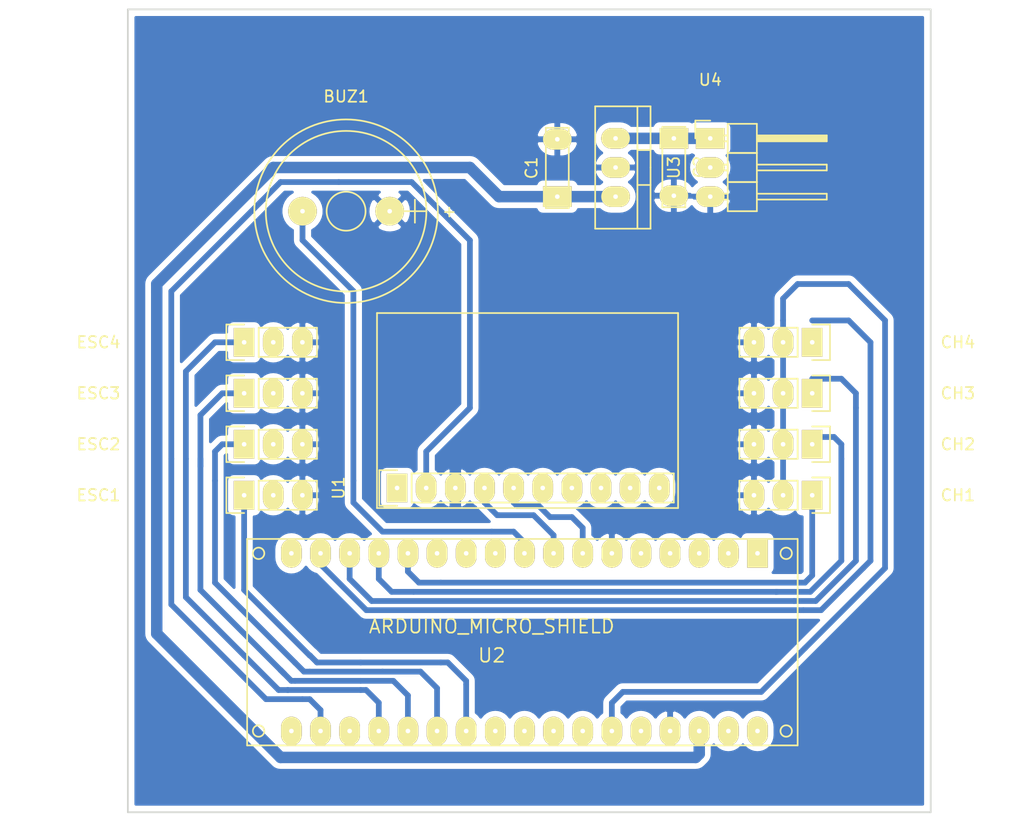
<source format=kicad_pcb>
(kicad_pcb (version 4) (host pcbnew 4.0.2-stable)

  (general
    (links 37)
    (no_connects 7)
    (area 93.924999 43.924999 164.075001 114.075001)
    (thickness 1.6)
    (drawings 4)
    (tracks 153)
    (zones 0)
    (modules 15)
    (nets 43)
  )

  (page A4)
  (layers
    (0 F.Cu jumper)
    (31 B.Cu signal)
    (32 B.Adhes user)
    (33 F.Adhes user)
    (34 B.Paste user)
    (35 F.Paste user)
    (36 B.SilkS user)
    (37 F.SilkS user)
    (38 B.Mask user)
    (39 F.Mask user)
    (40 Dwgs.User user)
    (41 Cmts.User user)
    (42 Eco1.User user)
    (43 Eco2.User user)
    (44 Edge.Cuts user)
    (45 Margin user)
    (46 B.CrtYd user)
    (47 F.CrtYd user)
    (48 B.Fab user)
    (49 F.Fab user)
  )

  (setup
    (last_trace_width 0.25)
    (trace_clearance 0.2)
    (zone_clearance 0.5)
    (zone_45_only no)
    (trace_min 0.2)
    (segment_width 0.2)
    (edge_width 0.15)
    (via_size 0.6)
    (via_drill 0.4)
    (via_min_size 0.4)
    (via_min_drill 0.3)
    (uvia_size 0.3)
    (uvia_drill 0.1)
    (uvias_allowed no)
    (uvia_min_size 0.2)
    (uvia_min_drill 0.1)
    (pcb_text_width 0.3)
    (pcb_text_size 1.5 1.5)
    (mod_edge_width 0.15)
    (mod_text_size 1 1)
    (mod_text_width 0.15)
    (pad_size 2.5 1.8)
    (pad_drill 0.4)
    (pad_to_mask_clearance 0.2)
    (aux_axis_origin 0 0)
    (visible_elements 7FFFFFFF)
    (pcbplotparams
      (layerselection 0x01030_80000001)
      (usegerberextensions false)
      (excludeedgelayer true)
      (linewidth 0.100000)
      (plotframeref false)
      (viasonmask false)
      (mode 1)
      (useauxorigin false)
      (hpglpennumber 1)
      (hpglpenspeed 20)
      (hpglpendiameter 15)
      (hpglpenoverlay 2)
      (psnegative false)
      (psa4output false)
      (plotreference true)
      (plotvalue true)
      (plotinvisibletext false)
      (padsonsilk false)
      (subtractmaskfromsilk false)
      (outputformat 4)
      (mirror false)
      (drillshape 2)
      (scaleselection 1)
      (outputdirectory C:/Users/Morgan/Desktop/Kicadoutputb/))
  )

  (net 0 "")
  (net 1 "Net-(BUZ1-Pad1)")
  (net 2 "Net-(C1-Pad1)")
  (net 3 "Net-(C2-Pad1)")
  (net 4 "Net-(CH1-Pad1)")
  (net 5 +5V)
  (net 6 GND)
  (net 7 "Net-(CH2-Pad1)")
  (net 8 "Net-(CH3-Pad1)")
  (net 9 "Net-(CH4-Pad1)")
  (net 10 "Net-(ESC1-Pad1)")
  (net 11 "Net-(ESC2-Pad1)")
  (net 12 "Net-(ESC3-Pad1)")
  (net 13 "Net-(ESC4-Pad1)")
  (net 14 "Net-(U1-Pad4)")
  (net 15 "Net-(U1-Pad5)")
  (net 16 "Net-(U2-PadRST)")
  (net 17 "Net-(U2-PadNC)")
  (net 18 /ARDUINO_3.3V)
  (net 19 "Net-(ESC1-Pad2)")
  (net 20 "Net-(ESC2-Pad2)")
  (net 21 "Net-(ESC3-Pad2)")
  (net 22 "Net-(ESC4-Pad2)")
  (net 23 "Net-(U1-Pad1)")
  (net 24 "Net-(U1-Pad6)")
  (net 25 "Net-(U1-Pad7)")
  (net 26 "Net-(U1-Pad8)")
  (net 27 "Net-(U1-Pad9)")
  (net 28 "Net-(U1-Pad10)")
  (net 29 "Net-(U2-PadSCK)")
  (net 30 "Net-(U2-PadMI)")
  (net 31 "Net-(U2-PadA5)")
  (net 32 "Net-(U2-PadA4)")
  (net 33 "Net-(U2-PadAREF)")
  (net 34 "Net-(U2-Pad13)")
  (net 35 "Net-(U2-PadMO)")
  (net 36 "Net-(U2-PadSS)")
  (net 37 "Net-(U2-PadTX)")
  (net 38 "Net-(U2-PadRX)")
  (net 39 "Net-(U2-Pad5)")
  (net 40 "Net-(U2-Pad6)")
  (net 41 "Net-(U2-Pad7)")
  (net 42 "Net-(U2-Pad12)")

  (net_class Default "Ceci est la Netclass par défaut"
    (clearance 0.2)
    (trace_width 0.25)
    (via_dia 0.6)
    (via_drill 0.4)
    (uvia_dia 0.3)
    (uvia_drill 0.1)
    (add_net "Net-(ESC1-Pad2)")
    (add_net "Net-(ESC2-Pad2)")
    (add_net "Net-(ESC3-Pad2)")
    (add_net "Net-(ESC4-Pad2)")
    (add_net "Net-(U1-Pad1)")
    (add_net "Net-(U1-Pad10)")
    (add_net "Net-(U1-Pad6)")
    (add_net "Net-(U1-Pad7)")
    (add_net "Net-(U1-Pad8)")
    (add_net "Net-(U1-Pad9)")
    (add_net "Net-(U2-Pad12)")
    (add_net "Net-(U2-Pad13)")
    (add_net "Net-(U2-Pad5)")
    (add_net "Net-(U2-Pad6)")
    (add_net "Net-(U2-Pad7)")
    (add_net "Net-(U2-PadA4)")
    (add_net "Net-(U2-PadA5)")
    (add_net "Net-(U2-PadAREF)")
    (add_net "Net-(U2-PadMI)")
    (add_net "Net-(U2-PadMO)")
    (add_net "Net-(U2-PadRX)")
    (add_net "Net-(U2-PadSCK)")
    (add_net "Net-(U2-PadSS)")
    (add_net "Net-(U2-PadTX)")
  )

  (net_class "0.5 mm" ""
    (clearance 0.3)
    (trace_width 0.5)
    (via_dia 0.6)
    (via_drill 0.4)
    (uvia_dia 0.3)
    (uvia_drill 0.1)
    (add_net +5V)
    (add_net /ARDUINO_3.3V)
    (add_net GND)
    (add_net "Net-(BUZ1-Pad1)")
    (add_net "Net-(CH1-Pad1)")
    (add_net "Net-(CH2-Pad1)")
    (add_net "Net-(CH3-Pad1)")
    (add_net "Net-(CH4-Pad1)")
    (add_net "Net-(ESC1-Pad1)")
    (add_net "Net-(ESC2-Pad1)")
    (add_net "Net-(ESC3-Pad1)")
    (add_net "Net-(ESC4-Pad1)")
    (add_net "Net-(U1-Pad4)")
    (add_net "Net-(U1-Pad5)")
    (add_net "Net-(U2-PadNC)")
    (add_net "Net-(U2-PadRST)")
  )

  (net_class "1 mm" ""
    (clearance 0.3)
    (trace_width 1)
    (via_dia 0.6)
    (via_drill 0.4)
    (uvia_dia 0.3)
    (uvia_drill 0.1)
    (add_net "Net-(C1-Pad1)")
    (add_net "Net-(C2-Pad1)")
  )

  (module drone-custom:Pin_Header_Straight_1x03_custom (layer F.Cu) (tedit 5704E110) (tstamp 5704E289)
    (at 153.67 86.36 270)
    (descr "Through hole pin header")
    (tags "pin header")
    (path /56DF22BB)
    (fp_text reference CH1 (at 0 -12.7 360) (layer F.SilkS)
      (effects (font (size 1 1) (thickness 0.15)))
    )
    (fp_text value Rx_Pin (at 1.905 -15.875 360) (layer F.Fab)
      (effects (font (size 1 1) (thickness 0.15)))
    )
    (fp_line (start -1.75 -1.75) (end -1.75 6.85) (layer F.CrtYd) (width 0.05))
    (fp_line (start 1.75 -1.75) (end 1.75 6.85) (layer F.CrtYd) (width 0.05))
    (fp_line (start -1.75 -1.75) (end 1.75 -1.75) (layer F.CrtYd) (width 0.05))
    (fp_line (start -1.75 6.85) (end 1.75 6.85) (layer F.CrtYd) (width 0.05))
    (fp_line (start -1.27 1.27) (end -1.27 6.35) (layer F.SilkS) (width 0.15))
    (fp_line (start -1.27 6.35) (end 1.27 6.35) (layer F.SilkS) (width 0.15))
    (fp_line (start 1.27 6.35) (end 1.27 1.27) (layer F.SilkS) (width 0.15))
    (fp_line (start 1.55 -1.55) (end 1.55 0) (layer F.SilkS) (width 0.15))
    (fp_line (start 1.27 1.27) (end -1.27 1.27) (layer F.SilkS) (width 0.15))
    (fp_line (start -1.55 0) (end -1.55 -1.55) (layer F.SilkS) (width 0.15))
    (fp_line (start -1.55 -1.55) (end 1.55 -1.55) (layer F.SilkS) (width 0.15))
    (pad 1 thru_hole rect (at 0 0 270) (size 2.5 1.8) (drill 0.4) (layers *.Cu *.Mask F.SilkS)
      (net 4 "Net-(CH1-Pad1)"))
    (pad 2 thru_hole oval (at 0 2.54 270) (size 2.5 1.8) (drill 0.4) (layers *.Cu *.Mask F.SilkS)
      (net 5 +5V))
    (pad 3 thru_hole oval (at 0 5.08 270) (size 2.5 1.8) (drill 0.4) (layers *.Cu *.Mask F.SilkS)
      (net 6 GND))
    (model Pin_Headers.3dshapes/Pin_Header_Straight_1x03.wrl
      (at (xyz 0 -0.1 0))
      (scale (xyz 1 1 1))
      (rotate (xyz 0 0 90))
    )
  )

  (module drone-custom:Pin_Header_Straight_1x03_custom (layer F.Cu) (tedit 5704E110) (tstamp 5704E29A)
    (at 153.67 81.915 270)
    (descr "Through hole pin header")
    (tags "pin header")
    (path /56DF230E)
    (fp_text reference CH2 (at 0 -12.7 360) (layer F.SilkS)
      (effects (font (size 1 1) (thickness 0.15)))
    )
    (fp_text value Rx_Pin (at 1.905 -15.875 360) (layer F.Fab)
      (effects (font (size 1 1) (thickness 0.15)))
    )
    (fp_line (start -1.75 -1.75) (end -1.75 6.85) (layer F.CrtYd) (width 0.05))
    (fp_line (start 1.75 -1.75) (end 1.75 6.85) (layer F.CrtYd) (width 0.05))
    (fp_line (start -1.75 -1.75) (end 1.75 -1.75) (layer F.CrtYd) (width 0.05))
    (fp_line (start -1.75 6.85) (end 1.75 6.85) (layer F.CrtYd) (width 0.05))
    (fp_line (start -1.27 1.27) (end -1.27 6.35) (layer F.SilkS) (width 0.15))
    (fp_line (start -1.27 6.35) (end 1.27 6.35) (layer F.SilkS) (width 0.15))
    (fp_line (start 1.27 6.35) (end 1.27 1.27) (layer F.SilkS) (width 0.15))
    (fp_line (start 1.55 -1.55) (end 1.55 0) (layer F.SilkS) (width 0.15))
    (fp_line (start 1.27 1.27) (end -1.27 1.27) (layer F.SilkS) (width 0.15))
    (fp_line (start -1.55 0) (end -1.55 -1.55) (layer F.SilkS) (width 0.15))
    (fp_line (start -1.55 -1.55) (end 1.55 -1.55) (layer F.SilkS) (width 0.15))
    (pad 1 thru_hole rect (at 0 0 270) (size 2.5 1.8) (drill 0.4) (layers *.Cu *.Mask F.SilkS)
      (net 7 "Net-(CH2-Pad1)"))
    (pad 2 thru_hole oval (at 0 2.54 270) (size 2.5 1.8) (drill 0.4) (layers *.Cu *.Mask F.SilkS)
      (net 5 +5V))
    (pad 3 thru_hole oval (at 0 5.08 270) (size 2.5 1.8) (drill 0.4) (layers *.Cu *.Mask F.SilkS)
      (net 6 GND))
    (model Pin_Headers.3dshapes/Pin_Header_Straight_1x03.wrl
      (at (xyz 0 -0.1 0))
      (scale (xyz 1 1 1))
      (rotate (xyz 0 0 90))
    )
  )

  (module drone-custom:Pin_Header_Straight_1x03_custom (layer F.Cu) (tedit 5704E110) (tstamp 5704E2AB)
    (at 153.67 77.47 270)
    (descr "Through hole pin header")
    (tags "pin header")
    (path /56DF23AF)
    (fp_text reference CH3 (at 0 -12.7 360) (layer F.SilkS)
      (effects (font (size 1 1) (thickness 0.15)))
    )
    (fp_text value Rx_Pin (at 1.905 -15.875 360) (layer F.Fab)
      (effects (font (size 1 1) (thickness 0.15)))
    )
    (fp_line (start -1.75 -1.75) (end -1.75 6.85) (layer F.CrtYd) (width 0.05))
    (fp_line (start 1.75 -1.75) (end 1.75 6.85) (layer F.CrtYd) (width 0.05))
    (fp_line (start -1.75 -1.75) (end 1.75 -1.75) (layer F.CrtYd) (width 0.05))
    (fp_line (start -1.75 6.85) (end 1.75 6.85) (layer F.CrtYd) (width 0.05))
    (fp_line (start -1.27 1.27) (end -1.27 6.35) (layer F.SilkS) (width 0.15))
    (fp_line (start -1.27 6.35) (end 1.27 6.35) (layer F.SilkS) (width 0.15))
    (fp_line (start 1.27 6.35) (end 1.27 1.27) (layer F.SilkS) (width 0.15))
    (fp_line (start 1.55 -1.55) (end 1.55 0) (layer F.SilkS) (width 0.15))
    (fp_line (start 1.27 1.27) (end -1.27 1.27) (layer F.SilkS) (width 0.15))
    (fp_line (start -1.55 0) (end -1.55 -1.55) (layer F.SilkS) (width 0.15))
    (fp_line (start -1.55 -1.55) (end 1.55 -1.55) (layer F.SilkS) (width 0.15))
    (pad 1 thru_hole rect (at 0 0 270) (size 2.5 1.8) (drill 0.4) (layers *.Cu *.Mask F.SilkS)
      (net 8 "Net-(CH3-Pad1)"))
    (pad 2 thru_hole oval (at 0 2.54 270) (size 2.5 1.8) (drill 0.4) (layers *.Cu *.Mask F.SilkS)
      (net 5 +5V))
    (pad 3 thru_hole oval (at 0 5.08 270) (size 2.5 1.8) (drill 0.4) (layers *.Cu *.Mask F.SilkS)
      (net 6 GND))
    (model Pin_Headers.3dshapes/Pin_Header_Straight_1x03.wrl
      (at (xyz 0 -0.1 0))
      (scale (xyz 1 1 1))
      (rotate (xyz 0 0 90))
    )
  )

  (module drone-custom:Pin_Header_Straight_1x03_custom (layer F.Cu) (tedit 5704E110) (tstamp 5704E2BC)
    (at 153.67 73.025 270)
    (descr "Through hole pin header")
    (tags "pin header")
    (path /56DF240D)
    (fp_text reference CH4 (at 0 -12.7 360) (layer F.SilkS)
      (effects (font (size 1 1) (thickness 0.15)))
    )
    (fp_text value Rx_Pin (at 1.905 -15.875 360) (layer F.Fab)
      (effects (font (size 1 1) (thickness 0.15)))
    )
    (fp_line (start -1.75 -1.75) (end -1.75 6.85) (layer F.CrtYd) (width 0.05))
    (fp_line (start 1.75 -1.75) (end 1.75 6.85) (layer F.CrtYd) (width 0.05))
    (fp_line (start -1.75 -1.75) (end 1.75 -1.75) (layer F.CrtYd) (width 0.05))
    (fp_line (start -1.75 6.85) (end 1.75 6.85) (layer F.CrtYd) (width 0.05))
    (fp_line (start -1.27 1.27) (end -1.27 6.35) (layer F.SilkS) (width 0.15))
    (fp_line (start -1.27 6.35) (end 1.27 6.35) (layer F.SilkS) (width 0.15))
    (fp_line (start 1.27 6.35) (end 1.27 1.27) (layer F.SilkS) (width 0.15))
    (fp_line (start 1.55 -1.55) (end 1.55 0) (layer F.SilkS) (width 0.15))
    (fp_line (start 1.27 1.27) (end -1.27 1.27) (layer F.SilkS) (width 0.15))
    (fp_line (start -1.55 0) (end -1.55 -1.55) (layer F.SilkS) (width 0.15))
    (fp_line (start -1.55 -1.55) (end 1.55 -1.55) (layer F.SilkS) (width 0.15))
    (pad 1 thru_hole rect (at 0 0 270) (size 2.5 1.8) (drill 0.4) (layers *.Cu *.Mask F.SilkS)
      (net 9 "Net-(CH4-Pad1)"))
    (pad 2 thru_hole oval (at 0 2.54 270) (size 2.5 1.8) (drill 0.4) (layers *.Cu *.Mask F.SilkS)
      (net 5 +5V))
    (pad 3 thru_hole oval (at 0 5.08 270) (size 2.5 1.8) (drill 0.4) (layers *.Cu *.Mask F.SilkS)
      (net 6 GND))
    (model Pin_Headers.3dshapes/Pin_Header_Straight_1x03.wrl
      (at (xyz 0 -0.1 0))
      (scale (xyz 1 1 1))
      (rotate (xyz 0 0 90))
    )
  )

  (module drone-custom:Pin_Header_Straight_1x03_custom (layer F.Cu) (tedit 5704E110) (tstamp 5704E2CD)
    (at 104.14 81.915 90)
    (descr "Through hole pin header")
    (tags "pin header")
    (path /56DF1E63)
    (fp_text reference ESC2 (at 0 -12.7 180) (layer F.SilkS)
      (effects (font (size 1 1) (thickness 0.15)))
    )
    (fp_text value ESC_Connecor (at 1.905 -15.875 180) (layer F.Fab)
      (effects (font (size 1 1) (thickness 0.15)))
    )
    (fp_line (start -1.75 -1.75) (end -1.75 6.85) (layer F.CrtYd) (width 0.05))
    (fp_line (start 1.75 -1.75) (end 1.75 6.85) (layer F.CrtYd) (width 0.05))
    (fp_line (start -1.75 -1.75) (end 1.75 -1.75) (layer F.CrtYd) (width 0.05))
    (fp_line (start -1.75 6.85) (end 1.75 6.85) (layer F.CrtYd) (width 0.05))
    (fp_line (start -1.27 1.27) (end -1.27 6.35) (layer F.SilkS) (width 0.15))
    (fp_line (start -1.27 6.35) (end 1.27 6.35) (layer F.SilkS) (width 0.15))
    (fp_line (start 1.27 6.35) (end 1.27 1.27) (layer F.SilkS) (width 0.15))
    (fp_line (start 1.55 -1.55) (end 1.55 0) (layer F.SilkS) (width 0.15))
    (fp_line (start 1.27 1.27) (end -1.27 1.27) (layer F.SilkS) (width 0.15))
    (fp_line (start -1.55 0) (end -1.55 -1.55) (layer F.SilkS) (width 0.15))
    (fp_line (start -1.55 -1.55) (end 1.55 -1.55) (layer F.SilkS) (width 0.15))
    (pad 1 thru_hole rect (at 0 0 90) (size 2.5 1.8) (drill 0.4) (layers *.Cu *.Mask F.SilkS)
      (net 11 "Net-(ESC2-Pad1)"))
    (pad 2 thru_hole oval (at 0 2.54 90) (size 2.5 1.8) (drill 0.4) (layers *.Cu *.Mask F.SilkS)
      (net 20 "Net-(ESC2-Pad2)"))
    (pad 3 thru_hole oval (at 0 5.08 90) (size 2.5 1.8) (drill 0.4) (layers *.Cu *.Mask F.SilkS)
      (net 6 GND))
    (model Pin_Headers.3dshapes/Pin_Header_Straight_1x03.wrl
      (at (xyz 0 -0.1 0))
      (scale (xyz 1 1 1))
      (rotate (xyz 0 0 90))
    )
  )

  (module drone-custom:Pin_Header_Straight_1x03_custom (layer F.Cu) (tedit 5704E110) (tstamp 5704E2DE)
    (at 104.14 77.47 90)
    (descr "Through hole pin header")
    (tags "pin header")
    (path /56DF1EA7)
    (fp_text reference ESC3 (at 0 -12.7 180) (layer F.SilkS)
      (effects (font (size 1 1) (thickness 0.15)))
    )
    (fp_text value ESC_Connecor (at 1.905 -15.875 180) (layer F.Fab)
      (effects (font (size 1 1) (thickness 0.15)))
    )
    (fp_line (start -1.75 -1.75) (end -1.75 6.85) (layer F.CrtYd) (width 0.05))
    (fp_line (start 1.75 -1.75) (end 1.75 6.85) (layer F.CrtYd) (width 0.05))
    (fp_line (start -1.75 -1.75) (end 1.75 -1.75) (layer F.CrtYd) (width 0.05))
    (fp_line (start -1.75 6.85) (end 1.75 6.85) (layer F.CrtYd) (width 0.05))
    (fp_line (start -1.27 1.27) (end -1.27 6.35) (layer F.SilkS) (width 0.15))
    (fp_line (start -1.27 6.35) (end 1.27 6.35) (layer F.SilkS) (width 0.15))
    (fp_line (start 1.27 6.35) (end 1.27 1.27) (layer F.SilkS) (width 0.15))
    (fp_line (start 1.55 -1.55) (end 1.55 0) (layer F.SilkS) (width 0.15))
    (fp_line (start 1.27 1.27) (end -1.27 1.27) (layer F.SilkS) (width 0.15))
    (fp_line (start -1.55 0) (end -1.55 -1.55) (layer F.SilkS) (width 0.15))
    (fp_line (start -1.55 -1.55) (end 1.55 -1.55) (layer F.SilkS) (width 0.15))
    (pad 1 thru_hole rect (at 0 0 90) (size 2.5 1.8) (drill 0.4) (layers *.Cu *.Mask F.SilkS)
      (net 12 "Net-(ESC3-Pad1)"))
    (pad 2 thru_hole oval (at 0 2.54 90) (size 2.5 1.8) (drill 0.4) (layers *.Cu *.Mask F.SilkS)
      (net 21 "Net-(ESC3-Pad2)"))
    (pad 3 thru_hole oval (at 0 5.08 90) (size 2.5 1.8) (drill 0.4) (layers *.Cu *.Mask F.SilkS)
      (net 6 GND))
    (model Pin_Headers.3dshapes/Pin_Header_Straight_1x03.wrl
      (at (xyz 0 -0.1 0))
      (scale (xyz 1 1 1))
      (rotate (xyz 0 0 90))
    )
  )

  (module drone-custom:Pin_Header_Straight_1x03_custom (layer F.Cu) (tedit 5704E110) (tstamp 5704E2EF)
    (at 104.14 73.025 90)
    (descr "Through hole pin header")
    (tags "pin header")
    (path /56DF1EF0)
    (fp_text reference ESC4 (at 0 -12.7 180) (layer F.SilkS)
      (effects (font (size 1 1) (thickness 0.15)))
    )
    (fp_text value ESC_Connecor (at 1.905 -15.875 180) (layer F.Fab)
      (effects (font (size 1 1) (thickness 0.15)))
    )
    (fp_line (start -1.75 -1.75) (end -1.75 6.85) (layer F.CrtYd) (width 0.05))
    (fp_line (start 1.75 -1.75) (end 1.75 6.85) (layer F.CrtYd) (width 0.05))
    (fp_line (start -1.75 -1.75) (end 1.75 -1.75) (layer F.CrtYd) (width 0.05))
    (fp_line (start -1.75 6.85) (end 1.75 6.85) (layer F.CrtYd) (width 0.05))
    (fp_line (start -1.27 1.27) (end -1.27 6.35) (layer F.SilkS) (width 0.15))
    (fp_line (start -1.27 6.35) (end 1.27 6.35) (layer F.SilkS) (width 0.15))
    (fp_line (start 1.27 6.35) (end 1.27 1.27) (layer F.SilkS) (width 0.15))
    (fp_line (start 1.55 -1.55) (end 1.55 0) (layer F.SilkS) (width 0.15))
    (fp_line (start 1.27 1.27) (end -1.27 1.27) (layer F.SilkS) (width 0.15))
    (fp_line (start -1.55 0) (end -1.55 -1.55) (layer F.SilkS) (width 0.15))
    (fp_line (start -1.55 -1.55) (end 1.55 -1.55) (layer F.SilkS) (width 0.15))
    (pad 1 thru_hole rect (at 0 0 90) (size 2.5 1.8) (drill 0.4) (layers *.Cu *.Mask F.SilkS)
      (net 13 "Net-(ESC4-Pad1)"))
    (pad 2 thru_hole oval (at 0 2.54 90) (size 2.5 1.8) (drill 0.4) (layers *.Cu *.Mask F.SilkS)
      (net 22 "Net-(ESC4-Pad2)"))
    (pad 3 thru_hole oval (at 0 5.08 90) (size 2.5 1.8) (drill 0.4) (layers *.Cu *.Mask F.SilkS)
      (net 6 GND))
    (model Pin_Headers.3dshapes/Pin_Header_Straight_1x03.wrl
      (at (xyz 0 -0.1 0))
      (scale (xyz 1 1 1))
      (rotate (xyz 0 0 90))
    )
  )

  (module drone-custom:MagneticBuzzer_StarMicronics_HMB-06_HMB-12_custom (layer F.Cu) (tedit 5704E371) (tstamp 5704E85C)
    (at 109.22 61.595)
    (descr "Buzzer, Elektromagnetic Beeper, Summer,")
    (tags "Star Micronics, HMB-06, HMB-12,")
    (path /56DF25BE)
    (fp_text reference BUZ1 (at 3.81 -9.99998) (layer F.SilkS)
      (effects (font (size 1 1) (thickness 0.15)))
    )
    (fp_text value Buzzer (at 3.81 9.99998) (layer F.Fab)
      (effects (font (size 1 1) (thickness 0.15)))
    )
    (fp_line (start 9.80948 -1.00076) (end 9.80948 1.00076) (layer F.SilkS) (width 0.15))
    (fp_line (start 8.81126 0) (end 10.81024 0) (layer F.SilkS) (width 0.15))
    (fp_circle (center 3.81 0) (end 5.50926 0) (layer F.SilkS) (width 0.15))
    (fp_circle (center 3.81 0) (end 10.81024 0) (layer F.SilkS) (width 0.15))
    (fp_circle (center 3.81 0) (end 11.811 0) (layer F.SilkS) (width 0.15))
    (fp_text user + (at 12.80922 0) (layer F.SilkS)
      (effects (font (size 1 1) (thickness 0.15)))
    )
    (pad 1 thru_hole circle (at 0.01016 0) (size 2.5 2.5) (drill 0.4) (layers *.Cu *.Mask F.SilkS)
      (net 1 "Net-(BUZ1-Pad1)"))
    (pad 2 thru_hole circle (at 7.60984 0) (size 2.5 2.5) (drill 0.4) (layers *.Cu *.Mask F.SilkS)
      (net 6 GND))
    (model Buzzers_Beepers.3dshapes/MagneticBuzzer_StarMicronics_HMB-06_HMB-12.wrl
      (at (xyz 0 0 0))
      (scale (xyz 1 1 1))
      (rotate (xyz 0 0 0))
    )
  )

  (module drone-custom:C_Rect_L7_W2_P5_custom (layer F.Cu) (tedit 5704E419) (tstamp 5704E867)
    (at 131.445 60.325 90)
    (descr "Film Capacitor Length 7 x Width 2mm, Pitch 5mm")
    (tags Capacitor)
    (path /56DF4201)
    (fp_text reference C1 (at 2.5 -2.25 90) (layer F.SilkS)
      (effects (font (size 1 1) (thickness 0.15)))
    )
    (fp_text value C (at 2.5 2.5 90) (layer F.Fab)
      (effects (font (size 1 1) (thickness 0.15)))
    )
    (fp_line (start -1.25 -1.25) (end 6.25 -1.25) (layer F.CrtYd) (width 0.05))
    (fp_line (start 6.25 -1.25) (end 6.25 1.25) (layer F.CrtYd) (width 0.05))
    (fp_line (start 6.25 1.25) (end -1.25 1.25) (layer F.CrtYd) (width 0.05))
    (fp_line (start -1.25 1.25) (end -1.25 -1.25) (layer F.CrtYd) (width 0.05))
    (fp_line (start -1 -1) (end 6 -1) (layer F.SilkS) (width 0.15))
    (fp_line (start 6 -1) (end 6 1) (layer F.SilkS) (width 0.15))
    (fp_line (start 6 1) (end -1 1) (layer F.SilkS) (width 0.15))
    (fp_line (start -1 1) (end -1 -1) (layer F.SilkS) (width 0.15))
    (pad 1 thru_hole rect (at 0 0 90) (size 1.8 2.5) (drill 0.4) (layers *.Cu *.Mask F.SilkS)
      (net 2 "Net-(C1-Pad1)"))
    (pad 2 thru_hole oval (at 5 0 90) (size 1.8 2.5) (drill 0.4) (layers *.Cu *.Mask F.SilkS)
      (net 6 GND))
    (model Capacitors_ThroughHole.3dshapes/C_Rect_L7_W2_P5.wrl
      (at (xyz 0.098425 0 0))
      (scale (xyz 1 1 1))
      (rotate (xyz 0 0 0))
    )
  )

  (module drone-custom:C_Rect_L7_W2_P5_custom (layer F.Cu) (tedit 5704E419) (tstamp 5704E874)
    (at 141.605 55.245 270)
    (descr "Film Capacitor Length 7 x Width 2mm, Pitch 5mm")
    (tags Capacitor)
    (path /56DF429E)
    (fp_text reference C2 (at 2.5 -2.25 270) (layer F.SilkS)
      (effects (font (size 1 1) (thickness 0.15)))
    )
    (fp_text value C (at 2.5 2.5 270) (layer F.Fab)
      (effects (font (size 1 1) (thickness 0.15)))
    )
    (fp_line (start -1.25 -1.25) (end 6.25 -1.25) (layer F.CrtYd) (width 0.05))
    (fp_line (start 6.25 -1.25) (end 6.25 1.25) (layer F.CrtYd) (width 0.05))
    (fp_line (start 6.25 1.25) (end -1.25 1.25) (layer F.CrtYd) (width 0.05))
    (fp_line (start -1.25 1.25) (end -1.25 -1.25) (layer F.CrtYd) (width 0.05))
    (fp_line (start -1 -1) (end 6 -1) (layer F.SilkS) (width 0.15))
    (fp_line (start 6 -1) (end 6 1) (layer F.SilkS) (width 0.15))
    (fp_line (start 6 1) (end -1 1) (layer F.SilkS) (width 0.15))
    (fp_line (start -1 1) (end -1 -1) (layer F.SilkS) (width 0.15))
    (pad 1 thru_hole rect (at 0 0 270) (size 1.8 2.5) (drill 0.4) (layers *.Cu *.Mask F.SilkS)
      (net 3 "Net-(C2-Pad1)"))
    (pad 2 thru_hole oval (at 5 0 270) (size 1.8 2.5) (drill 0.4) (layers *.Cu *.Mask F.SilkS)
      (net 6 GND))
    (model Capacitors_ThroughHole.3dshapes/C_Rect_L7_W2_P5.wrl
      (at (xyz 0.098425 0 0))
      (scale (xyz 1 1 1))
      (rotate (xyz 0 0 0))
    )
  )

  (module drone-custom:GY-80-Footprint_wider_pad placed (layer F.Cu) (tedit 5704E53B) (tstamp 5704E881)
    (at 117.475 85.725 90)
    (descr "Through hole pin header")
    (tags "pin header")
    (path /56DF1AF9)
    (fp_text reference U1 (at 0 -5.1 90) (layer F.SilkS)
      (effects (font (size 1 1) (thickness 0.15)))
    )
    (fp_text value GY-80 (at 0 -3.1 90) (layer F.Fab)
      (effects (font (size 1 1) (thickness 0.15)))
    )
    (fp_line (start -1.75 -1.75) (end 15.25 -1.75) (layer F.SilkS) (width 0.15))
    (fp_line (start 15.25 -1.75) (end 15.25 24.5) (layer F.SilkS) (width 0.15))
    (fp_line (start 15.25 24.5) (end -1.75 24.5) (layer F.SilkS) (width 0.15))
    (fp_line (start -1.75 24.5) (end -1.75 -1.75) (layer F.SilkS) (width 0.15))
    (fp_line (start -1.75 -1.75) (end -1.75 24.65) (layer F.CrtYd) (width 0.05))
    (fp_line (start 1.75 -1.75) (end 1.75 24.65) (layer F.CrtYd) (width 0.05))
    (fp_line (start -1.75 -1.75) (end 1.75 -1.75) (layer F.CrtYd) (width 0.05))
    (fp_line (start -1.75 24.65) (end 1.75 24.65) (layer F.CrtYd) (width 0.05))
    (fp_line (start 1.27 1.27) (end 1.27 24.13) (layer F.SilkS) (width 0.15))
    (fp_line (start 1.27 24.13) (end -1.27 24.13) (layer F.SilkS) (width 0.15))
    (fp_line (start -1.27 24.13) (end -1.27 1.27) (layer F.SilkS) (width 0.15))
    (fp_line (start 1.55 -1.55) (end 1.55 0) (layer F.SilkS) (width 0.15))
    (fp_line (start 1.27 1.27) (end -1.27 1.27) (layer F.SilkS) (width 0.15))
    (fp_line (start -1.55 0) (end -1.55 -1.55) (layer F.SilkS) (width 0.15))
    (fp_line (start -1.55 -1.55) (end 1.55 -1.55) (layer F.SilkS) (width 0.15))
    (pad 1 thru_hole rect (at 0 0 90) (size 2.5 1.8) (drill 0.4) (layers *.Cu *.Mask F.SilkS)
      (net 23 "Net-(U1-Pad1)"))
    (pad 2 thru_hole oval (at 0 2.54 90) (size 2.5 1.8) (drill 0.4) (layers *.Cu *.Mask F.SilkS)
      (net 18 /ARDUINO_3.3V))
    (pad 3 thru_hole oval (at 0 5.08 90) (size 2.5 1.8) (drill 0.4) (layers *.Cu *.Mask F.SilkS)
      (net 6 GND) (zone_connect 1) (thermal_width 1))
    (pad 4 thru_hole oval (at 0 7.62 90) (size 2.5 1.8) (drill 0.4) (layers *.Cu *.Mask F.SilkS)
      (net 14 "Net-(U1-Pad4)"))
    (pad 5 thru_hole oval (at 0 10.16 90) (size 2.5 1.8) (drill 0.4) (layers *.Cu *.Mask F.SilkS)
      (net 15 "Net-(U1-Pad5)"))
    (pad 6 thru_hole oval (at 0 12.7 90) (size 2.5 1.8) (drill 0.4) (layers *.Cu *.Mask F.SilkS)
      (net 24 "Net-(U1-Pad6)"))
    (pad 7 thru_hole oval (at 0 15.24 90) (size 2.5 1.8) (drill 0.4) (layers *.Cu *.Mask F.SilkS)
      (net 25 "Net-(U1-Pad7)"))
    (pad 8 thru_hole oval (at 0 17.78 90) (size 2.5 1.8) (drill 0.4) (layers *.Cu *.Mask F.SilkS)
      (net 26 "Net-(U1-Pad8)"))
    (pad 9 thru_hole oval (at 0 20.32 90) (size 2.5 1.8) (drill 0.4) (layers *.Cu *.Mask F.SilkS)
      (net 27 "Net-(U1-Pad9)"))
    (pad 10 thru_hole oval (at 0 22.86 90) (size 2.5 1.8) (drill 0.4) (layers *.Cu *.Mask F.SilkS)
      (net 28 "Net-(U1-Pad10)"))
    (model Pin_Headers.3dshapes/Pin_Header_Straight_1x10.wrl
      (at (xyz 0 -0.45 0))
      (scale (xyz 1 1 1))
      (rotate (xyz 0 0 90))
    )
  )

  (module drone-custom:ARDUINO_MICRO_SHIELD_custom (layer F.Cu) (tedit 5704E340) (tstamp 5704E89D)
    (at 152.4 90.17 180)
    (tags "ARDUINO, MICRO")
    (path /56DF1795)
    (fp_text reference U2 (at 26.67 -10.16 180) (layer F.SilkS)
      (effects (font (size 1.2 1.2) (thickness 0.15)))
    )
    (fp_text value ARDUINO_MICRO_SHIELD (at 26.67 -7.62 180) (layer F.SilkS)
      (effects (font (size 1.2 1.2) (thickness 0.15)))
    )
    (fp_circle (center 1 -1.254) (end 1.5 -1.254) (layer F.SilkS) (width 0.15))
    (fp_circle (center 1 -16.746) (end 1.5 -16.746) (layer F.SilkS) (width 0.15))
    (fp_circle (center 47 -1.254) (end 47.5 -1.254) (layer F.SilkS) (width 0.15))
    (fp_circle (center 47 -16.746) (end 47.5 -16.746) (layer F.SilkS) (width 0.15))
    (fp_line (start 0 -18) (end 48 -18) (layer F.SilkS) (width 0.15))
    (fp_line (start 48 -18) (end 48 0) (layer F.SilkS) (width 0.15))
    (fp_line (start 48 0) (end 0 0) (layer F.SilkS) (width 0.15))
    (fp_line (start 0 0) (end 0 -18) (layer F.SilkS) (width 0.15))
    (pad SCK thru_hole oval (at 3.5 -16.746 180) (size 1.8 2.5) (drill 0.4) (layers *.Cu *.Mask F.SilkS)
      (net 29 "Net-(U2-PadSCK)"))
    (pad MI thru_hole oval (at 6.04 -16.746 180) (size 1.8 2.5) (drill 0.4) (layers *.Cu *.Mask F.SilkS)
      (net 30 "Net-(U2-PadMI)"))
    (pad VI thru_hole oval (at 8.58 -16.746 180) (size 1.8 2.5) (drill 0.4) (layers *.Cu *.Mask F.SilkS)
      (net 2 "Net-(C1-Pad1)"))
    (pad GND thru_hole oval (at 11.12 -16.746 180) (size 1.8 2.5) (drill 0.4) (layers *.Cu *.Mask F.SilkS)
      (net 6 GND))
    (pad RST thru_hole oval (at 13.66 -16.746 180) (size 1.8 2.5) (drill 0.4) (layers *.Cu *.Mask F.SilkS)
      (net 16 "Net-(U2-PadRST)"))
    (pad 5V thru_hole oval (at 16.2 -16.746 180) (size 1.8 2.5) (drill 0.4) (layers *.Cu *.Mask F.SilkS)
      (net 5 +5V))
    (pad NC thru_hole oval (at 18.74 -16.746 180) (size 1.8 2.5) (drill 0.4) (layers *.Cu *.Mask F.SilkS)
      (net 17 "Net-(U2-PadNC)"))
    (pad NC thru_hole oval (at 21.28 -16.746 180) (size 1.8 2.5) (drill 0.4) (layers *.Cu *.Mask F.SilkS)
      (net 17 "Net-(U2-PadNC)"))
    (pad A5 thru_hole oval (at 23.82 -16.746 180) (size 1.8 2.5) (drill 0.4) (layers *.Cu *.Mask F.SilkS)
      (net 31 "Net-(U2-PadA5)"))
    (pad A4 thru_hole oval (at 26.36 -16.746 180) (size 1.8 2.5) (drill 0.4) (layers *.Cu *.Mask F.SilkS)
      (net 32 "Net-(U2-PadA4)"))
    (pad A3 thru_hole oval (at 28.9 -16.746 180) (size 1.8 2.5) (drill 0.4) (layers *.Cu *.Mask F.SilkS)
      (net 10 "Net-(ESC1-Pad1)"))
    (pad A2 thru_hole oval (at 31.44 -16.746 180) (size 1.8 2.5) (drill 0.4) (layers *.Cu *.Mask F.SilkS)
      (net 11 "Net-(ESC2-Pad1)"))
    (pad A1 thru_hole oval (at 33.98 -16.746 180) (size 1.8 2.5) (drill 0.4) (layers *.Cu *.Mask F.SilkS)
      (net 12 "Net-(ESC3-Pad1)"))
    (pad A0 thru_hole oval (at 36.52 -16.746 180) (size 1.8 2.5) (drill 0.4) (layers *.Cu *.Mask F.SilkS)
      (net 13 "Net-(ESC4-Pad1)"))
    (pad AREF thru_hole oval (at 39.06 -16.746 180) (size 1.8 2.5) (drill 0.4) (layers *.Cu *.Mask F.SilkS)
      (net 33 "Net-(U2-PadAREF)"))
    (pad 3.3V thru_hole oval (at 41.6 -16.746 180) (size 1.8 2.5) (drill 0.4) (layers *.Cu *.Mask F.SilkS)
      (net 18 /ARDUINO_3.3V))
    (pad 13 thru_hole oval (at 44.14 -16.746 180) (size 1.8 2.5) (drill 0.4) (layers *.Cu *.Mask F.SilkS)
      (net 34 "Net-(U2-Pad13)"))
    (pad MO thru_hole rect (at 3.5 -1.254 180) (size 1.8 2.5) (drill 0.4) (layers *.Cu *.Mask F.SilkS)
      (net 35 "Net-(U2-PadMO)"))
    (pad SS thru_hole oval (at 6.04 -1.254 180) (size 1.8 2.5) (drill 0.4) (layers *.Cu *.Mask F.SilkS)
      (net 36 "Net-(U2-PadSS)"))
    (pad TX thru_hole oval (at 8.58 -1.254 180) (size 1.8 2.5) (drill 0.4) (layers *.Cu *.Mask F.SilkS)
      (net 37 "Net-(U2-PadTX)"))
    (pad RX thru_hole oval (at 11.12 -1.254 180) (size 1.8 2.5) (drill 0.4) (layers *.Cu *.Mask F.SilkS)
      (net 38 "Net-(U2-PadRX)"))
    (pad RST thru_hole oval (at 13.66 -1.254 180) (size 1.8 2.5) (drill 0.4) (layers *.Cu *.Mask F.SilkS)
      (net 16 "Net-(U2-PadRST)"))
    (pad GND thru_hole oval (at 16.2 -1.254 180) (size 1.8 2.5) (drill 0.4) (layers *.Cu *.Mask F.SilkS)
      (net 6 GND))
    (pad 2 thru_hole oval (at 18.74 -1.254 180) (size 1.8 2.5) (drill 0.4) (layers *.Cu *.Mask F.SilkS)
      (net 15 "Net-(U1-Pad5)"))
    (pad 3 thru_hole oval (at 21.28 -1.254 180) (size 1.8 2.5) (drill 0.4) (layers *.Cu *.Mask F.SilkS)
      (net 14 "Net-(U1-Pad4)"))
    (pad 4 thru_hole oval (at 23.82 -1.254 180) (size 1.8 2.5) (drill 0.4) (layers *.Cu *.Mask F.SilkS)
      (net 1 "Net-(BUZ1-Pad1)"))
    (pad 5 thru_hole oval (at 26.36 -1.254 180) (size 1.8 2.5) (drill 0.4) (layers *.Cu *.Mask F.SilkS)
      (net 39 "Net-(U2-Pad5)"))
    (pad 6 thru_hole oval (at 28.9 -1.254 180) (size 1.8 2.5) (drill 0.4) (layers *.Cu *.Mask F.SilkS)
      (net 40 "Net-(U2-Pad6)"))
    (pad 7 thru_hole oval (at 31.44 -1.254 180) (size 1.8 2.5) (drill 0.4) (layers *.Cu *.Mask F.SilkS)
      (net 41 "Net-(U2-Pad7)"))
    (pad 8 thru_hole oval (at 33.98 -1.254 180) (size 1.8 2.5) (drill 0.4) (layers *.Cu *.Mask F.SilkS)
      (net 4 "Net-(CH1-Pad1)"))
    (pad 9 thru_hole oval (at 36.52 -1.254 180) (size 1.8 2.5) (drill 0.4) (layers *.Cu *.Mask F.SilkS)
      (net 7 "Net-(CH2-Pad1)"))
    (pad 10 thru_hole oval (at 39.06 -1.254 180) (size 1.8 2.5) (drill 0.4) (layers *.Cu *.Mask F.SilkS)
      (net 8 "Net-(CH3-Pad1)"))
    (pad 11 thru_hole oval (at 41.6 -1.254 180) (size 1.8 2.5) (drill 0.4) (layers *.Cu *.Mask F.SilkS)
      (net 9 "Net-(CH4-Pad1)"))
    (pad 12 thru_hole oval (at 44.14 -1.254 180) (size 1.8 2.5) (drill 0.4) (layers *.Cu *.Mask F.SilkS)
      (net 42 "Net-(U2-Pad12)"))
  )

  (module drone-custom:TO-220_Neutral123_Vertical_custom (layer F.Cu) (tedit 5704E39B) (tstamp 5704E8CA)
    (at 136.525 57.785 270)
    (descr "TO-220, Neutral, Vertical,")
    (tags "TO-220, Neutral, Vertical,")
    (path /56DF2096)
    (fp_text reference U3 (at 0 -5.08 270) (layer F.SilkS)
      (effects (font (size 1 1) (thickness 0.15)))
    )
    (fp_text value LM7809CT (at 0 3.81 270) (layer F.Fab)
      (effects (font (size 1 1) (thickness 0.15)))
    )
    (fp_line (start -1.524 -3.048) (end -1.524 -1.905) (layer F.SilkS) (width 0.15))
    (fp_line (start 1.524 -3.048) (end 1.524 -1.905) (layer F.SilkS) (width 0.15))
    (fp_line (start 5.334 -1.905) (end 5.334 1.778) (layer F.SilkS) (width 0.15))
    (fp_line (start 5.334 1.778) (end -5.334 1.778) (layer F.SilkS) (width 0.15))
    (fp_line (start -5.334 1.778) (end -5.334 -1.905) (layer F.SilkS) (width 0.15))
    (fp_line (start 5.334 -3.048) (end 5.334 -1.905) (layer F.SilkS) (width 0.15))
    (fp_line (start 5.334 -1.905) (end -5.334 -1.905) (layer F.SilkS) (width 0.15))
    (fp_line (start -5.334 -1.905) (end -5.334 -3.048) (layer F.SilkS) (width 0.15))
    (fp_line (start 0 -3.048) (end -5.334 -3.048) (layer F.SilkS) (width 0.15))
    (fp_line (start 0 -3.048) (end 5.334 -3.048) (layer F.SilkS) (width 0.15))
    (pad 2 thru_hole oval (at 0 0) (size 2.5 1.8) (drill 0.4) (layers *.Cu *.Mask F.SilkS)
      (net 6 GND))
    (pad 1 thru_hole oval (at -2.54 0) (size 2.5 1.8) (drill 0.4) (layers *.Cu *.Mask F.SilkS)
      (net 3 "Net-(C2-Pad1)"))
    (pad 3 thru_hole oval (at 2.54 0) (size 2.5 1.8) (drill 0.4) (layers *.Cu *.Mask F.SilkS)
      (net 2 "Net-(C1-Pad1)"))
    (model TO_SOT_Packages_THT.3dshapes/TO-220_Neutral123_Vertical.wrl
      (at (xyz 0 0 0))
      (scale (xyz 0.3937 0.3937 0.3937))
      (rotate (xyz 0 0 0))
    )
  )

  (module drone-custom:Pin_Header_Angled_1x03_custom (layer F.Cu) (tedit 5704E3DC) (tstamp 5704E8DA)
    (at 144.78 55.245)
    (descr "Through hole pin header")
    (tags "pin header")
    (path /56DF4514)
    (fp_text reference U4 (at 0 -5.1) (layer F.SilkS)
      (effects (font (size 1 1) (thickness 0.15)))
    )
    (fp_text value Battery_Connector (at 0 -3.1) (layer F.Fab)
      (effects (font (size 1 1) (thickness 0.15)))
    )
    (fp_line (start -1.5 -1.75) (end -1.5 6.85) (layer F.CrtYd) (width 0.05))
    (fp_line (start 10.65 -1.75) (end 10.65 6.85) (layer F.CrtYd) (width 0.05))
    (fp_line (start -1.5 -1.75) (end 10.65 -1.75) (layer F.CrtYd) (width 0.05))
    (fp_line (start -1.5 6.85) (end 10.65 6.85) (layer F.CrtYd) (width 0.05))
    (fp_line (start -1.3 -1.55) (end -1.3 0) (layer F.SilkS) (width 0.15))
    (fp_line (start 0 -1.55) (end -1.3 -1.55) (layer F.SilkS) (width 0.15))
    (fp_line (start 4.191 -0.127) (end 10.033 -0.127) (layer F.SilkS) (width 0.15))
    (fp_line (start 10.033 -0.127) (end 10.033 0.127) (layer F.SilkS) (width 0.15))
    (fp_line (start 10.033 0.127) (end 4.191 0.127) (layer F.SilkS) (width 0.15))
    (fp_line (start 4.191 0.127) (end 4.191 0) (layer F.SilkS) (width 0.15))
    (fp_line (start 4.191 0) (end 10.033 0) (layer F.SilkS) (width 0.15))
    (fp_line (start 1.524 -0.254) (end 1.143 -0.254) (layer F.SilkS) (width 0.15))
    (fp_line (start 1.524 0.254) (end 1.143 0.254) (layer F.SilkS) (width 0.15))
    (fp_line (start 1.524 2.286) (end 1.143 2.286) (layer F.SilkS) (width 0.15))
    (fp_line (start 1.524 2.794) (end 1.143 2.794) (layer F.SilkS) (width 0.15))
    (fp_line (start 1.524 4.826) (end 1.143 4.826) (layer F.SilkS) (width 0.15))
    (fp_line (start 1.524 5.334) (end 1.143 5.334) (layer F.SilkS) (width 0.15))
    (fp_line (start 4.064 1.27) (end 4.064 -1.27) (layer F.SilkS) (width 0.15))
    (fp_line (start 10.16 0.254) (end 4.064 0.254) (layer F.SilkS) (width 0.15))
    (fp_line (start 10.16 -0.254) (end 10.16 0.254) (layer F.SilkS) (width 0.15))
    (fp_line (start 4.064 -0.254) (end 10.16 -0.254) (layer F.SilkS) (width 0.15))
    (fp_line (start 1.524 1.27) (end 4.064 1.27) (layer F.SilkS) (width 0.15))
    (fp_line (start 1.524 -1.27) (end 1.524 1.27) (layer F.SilkS) (width 0.15))
    (fp_line (start 1.524 -1.27) (end 4.064 -1.27) (layer F.SilkS) (width 0.15))
    (fp_line (start 1.524 3.81) (end 4.064 3.81) (layer F.SilkS) (width 0.15))
    (fp_line (start 1.524 3.81) (end 1.524 6.35) (layer F.SilkS) (width 0.15))
    (fp_line (start 4.064 4.826) (end 10.16 4.826) (layer F.SilkS) (width 0.15))
    (fp_line (start 10.16 4.826) (end 10.16 5.334) (layer F.SilkS) (width 0.15))
    (fp_line (start 10.16 5.334) (end 4.064 5.334) (layer F.SilkS) (width 0.15))
    (fp_line (start 4.064 6.35) (end 4.064 3.81) (layer F.SilkS) (width 0.15))
    (fp_line (start 4.064 3.81) (end 4.064 1.27) (layer F.SilkS) (width 0.15))
    (fp_line (start 10.16 2.794) (end 4.064 2.794) (layer F.SilkS) (width 0.15))
    (fp_line (start 10.16 2.286) (end 10.16 2.794) (layer F.SilkS) (width 0.15))
    (fp_line (start 4.064 2.286) (end 10.16 2.286) (layer F.SilkS) (width 0.15))
    (fp_line (start 1.524 3.81) (end 4.064 3.81) (layer F.SilkS) (width 0.15))
    (fp_line (start 1.524 1.27) (end 1.524 3.81) (layer F.SilkS) (width 0.15))
    (fp_line (start 1.524 1.27) (end 4.064 1.27) (layer F.SilkS) (width 0.15))
    (fp_line (start 1.524 6.35) (end 4.064 6.35) (layer F.SilkS) (width 0.15))
    (pad 1 thru_hole rect (at 0 0) (size 2.5 1.8) (drill 0.4) (layers *.Cu *.Mask F.SilkS)
      (net 3 "Net-(C2-Pad1)"))
    (pad 2 thru_hole oval (at 0 2.54) (size 2.5 1.8) (drill 0.4) (layers *.Cu *.Mask F.SilkS))
    (pad 3 thru_hole oval (at 0 5.08) (size 2.5 1.8) (drill 0.4) (layers *.Cu *.Mask F.SilkS)
      (net 6 GND))
    (model Pin_Headers.3dshapes/Pin_Header_Angled_1x03.wrl
      (at (xyz 0 -0.1 0))
      (scale (xyz 1 1 1))
      (rotate (xyz 0 0 90))
    )
  )

  (module drone-custom:Pin_Header_Straight_1x03_custom (layer F.Cu) (tedit 5704E110) (tstamp 5704EB0C)
    (at 104.14 86.36 90)
    (descr "Through hole pin header")
    (tags "pin header")
    (path /56DF1DA7)
    (fp_text reference ESC1 (at 0 -12.7 180) (layer F.SilkS)
      (effects (font (size 1 1) (thickness 0.15)))
    )
    (fp_text value ESC_Connecor (at 1.905 -15.875 180) (layer F.Fab)
      (effects (font (size 1 1) (thickness 0.15)))
    )
    (fp_line (start -1.75 -1.75) (end -1.75 6.85) (layer F.CrtYd) (width 0.05))
    (fp_line (start 1.75 -1.75) (end 1.75 6.85) (layer F.CrtYd) (width 0.05))
    (fp_line (start -1.75 -1.75) (end 1.75 -1.75) (layer F.CrtYd) (width 0.05))
    (fp_line (start -1.75 6.85) (end 1.75 6.85) (layer F.CrtYd) (width 0.05))
    (fp_line (start -1.27 1.27) (end -1.27 6.35) (layer F.SilkS) (width 0.15))
    (fp_line (start -1.27 6.35) (end 1.27 6.35) (layer F.SilkS) (width 0.15))
    (fp_line (start 1.27 6.35) (end 1.27 1.27) (layer F.SilkS) (width 0.15))
    (fp_line (start 1.55 -1.55) (end 1.55 0) (layer F.SilkS) (width 0.15))
    (fp_line (start 1.27 1.27) (end -1.27 1.27) (layer F.SilkS) (width 0.15))
    (fp_line (start -1.55 0) (end -1.55 -1.55) (layer F.SilkS) (width 0.15))
    (fp_line (start -1.55 -1.55) (end 1.55 -1.55) (layer F.SilkS) (width 0.15))
    (pad 1 thru_hole rect (at 0 0 90) (size 2.5 1.8) (drill 0.4) (layers *.Cu *.Mask F.SilkS)
      (net 10 "Net-(ESC1-Pad1)"))
    (pad 2 thru_hole oval (at 0 2.54 90) (size 2.5 1.8) (drill 0.4) (layers *.Cu *.Mask F.SilkS)
      (net 19 "Net-(ESC1-Pad2)"))
    (pad 3 thru_hole oval (at 0 5.08 90) (size 2.5 1.8) (drill 0.4) (layers *.Cu *.Mask F.SilkS)
      (net 6 GND))
    (model Pin_Headers.3dshapes/Pin_Header_Straight_1x03.wrl
      (at (xyz 0 -0.1 0))
      (scale (xyz 1 1 1))
      (rotate (xyz 0 0 90))
    )
  )

  (gr_line (start 94 114) (end 164 114) (angle 90) (layer Edge.Cuts) (width 0.15))
  (gr_line (start 94 44) (end 94 114) (angle 90) (layer Edge.Cuts) (width 0.15))
  (gr_line (start 164 44) (end 94 44) (angle 90) (layer Edge.Cuts) (width 0.15))
  (gr_line (start 164 114) (end 164 44) (angle 90) (layer Edge.Cuts) (width 0.15))

  (segment (start 113.665 68.55968) (end 113.665 85.09) (width 0.5) (layer B.Cu) (net 1))
  (segment (start 128.58 90.48) (end 127.635 89.535) (width 0.5) (layer B.Cu) (net 1) (tstamp 5704DAA2))
  (segment (start 116.205 89.535) (end 113.665 86.995) (width 0.5) (layer B.Cu) (net 1))
  (segment (start 113.665 85.09) (end 113.665 86.995) (width 0.5) (layer B.Cu) (net 1))
  (segment (start 116.205 89.535) (end 125.73 89.535) (width 0.5) (layer B.Cu) (net 1) (tstamp 5704DA9D))
  (segment (start 125.73 89.535) (end 127.635 89.535) (width 0.5) (layer B.Cu) (net 1))
  (segment (start 109.23016 64.12484) (end 113.665 68.55968) (width 0.5) (layer B.Cu) (net 1) (tstamp 5704E955))
  (segment (start 109.23016 64.12484) (end 109.23016 61.595) (width 0.5) (layer B.Cu) (net 1))
  (segment (start 128.58 90.48) (end 128.58 91.424) (width 0.5) (layer B.Cu) (net 1) (tstamp 5704DAA3))
  (segment (start 106.68 57.785) (end 123.825 57.785) (width 1) (layer B.Cu) (net 2))
  (segment (start 96.52 98.425) (end 96.52 68.58) (width 1) (layer B.Cu) (net 2))
  (segment (start 143.51 109.22) (end 107.315 109.22) (width 1) (layer B.Cu) (net 2))
  (segment (start 98.425 100.33) (end 107.315 109.22) (width 1) (layer B.Cu) (net 2) (tstamp 5704CCDC))
  (segment (start 143.82 108.91) (end 143.51 109.22) (width 1) (layer B.Cu) (net 2) (tstamp 5704CCC1))
  (segment (start 143.82 106.916) (end 143.82 108.91) (width 1) (layer B.Cu) (net 2))
  (segment (start 96.52 98.425) (end 98.425 100.33) (width 1) (layer B.Cu) (net 2))
  (segment (start 96.52 68.58) (end 96.52 67.945) (width 1) (layer B.Cu) (net 2) (tstamp 5704CCEA))
  (segment (start 106.68 57.785) (end 96.52 67.945) (width 1) (layer B.Cu) (net 2))
  (segment (start 126.365 60.325) (end 131.445 60.325) (width 1) (layer B.Cu) (net 2) (tstamp 5704CCF1))
  (segment (start 123.825 57.785) (end 126.365 60.325) (width 1) (layer B.Cu) (net 2) (tstamp 5704CCF0))
  (segment (start 131.445 60.325) (end 136.525 60.325) (width 1) (layer B.Cu) (net 2) (tstamp 5704CCF2))
  (via (at 143.82 106.916) (size 0.6) (drill 0.4) (layers F.Cu B.Cu) (net 2))
  (segment (start 144.78 55.245) (end 141.605 55.245) (width 1) (layer B.Cu) (net 3))
  (segment (start 141.605 55.245) (end 136.525 55.245) (width 1) (layer B.Cu) (net 3) (tstamp 5704D8E2))
  (segment (start 118.42 91.424) (end 118.42 93.02) (width 0.5) (layer B.Cu) (net 4))
  (segment (start 153.67 93.345) (end 153.035 93.98) (width 0.5) (layer B.Cu) (net 4) (tstamp 5704D8F4))
  (segment (start 153.035 93.98) (end 121.285 93.98) (width 0.5) (layer B.Cu) (net 4) (tstamp 5704D8F5))
  (segment (start 153.67 93.345) (end 153.67 86.36) (width 0.5) (layer B.Cu) (net 4))
  (segment (start 119.38 93.98) (end 121.285 93.98) (width 0.5) (layer B.Cu) (net 4) (tstamp 5704D905))
  (segment (start 118.42 93.02) (end 119.38 93.98) (width 0.5) (layer B.Cu) (net 4) (tstamp 5704D901))
  (segment (start 118.094 91.424) (end 118.42 91.424) (width 0.25) (layer F.Cu) (net 4) (tstamp 56DF2CAE) (status 30))
  (segment (start 160.02 71.12) (end 156.845 67.945) (width 0.5) (layer B.Cu) (net 5))
  (segment (start 160.02 92.71) (end 160.02 71.12) (width 0.5) (layer B.Cu) (net 5) (tstamp 5704DA30))
  (segment (start 136.2 106.916) (end 136.2 104.465) (width 0.5) (layer B.Cu) (net 5))
  (segment (start 149.225 103.505) (end 153.035 99.695) (width 0.5) (layer B.Cu) (net 5) (tstamp 5704DA26))
  (segment (start 137.16 103.505) (end 149.225 103.505) (width 0.5) (layer B.Cu) (net 5) (tstamp 5704DA23))
  (segment (start 136.2 104.465) (end 137.16 103.505) (width 0.5) (layer B.Cu) (net 5) (tstamp 5704DA21))
  (segment (start 153.035 99.695) (end 160.02 92.71) (width 0.5) (layer B.Cu) (net 5))
  (segment (start 151.13 69.215) (end 151.13 71.12) (width 0.5) (layer B.Cu) (net 5) (tstamp 5704DA54))
  (segment (start 152.4 67.945) (end 151.13 69.215) (width 0.5) (layer B.Cu) (net 5) (tstamp 5704DA53))
  (segment (start 156.845 67.945) (end 152.4 67.945) (width 0.5) (layer B.Cu) (net 5) (tstamp 5704DA4B))
  (segment (start 151.13 86.36) (end 151.13 81.28) (width 0.5) (layer B.Cu) (net 5))
  (segment (start 151.13 81.28) (end 151.13 76.2) (width 0.5) (layer B.Cu) (net 5) (tstamp 5704DA41))
  (segment (start 151.13 76.2) (end 151.13 71.12) (width 0.5) (layer B.Cu) (net 5) (tstamp 5704DA42))
  (segment (start 115.88 91.424) (end 115.88 93.655) (width 0.5) (layer B.Cu) (net 7))
  (segment (start 118.910002 94.780002) (end 150.495 94.780002) (width 0.5) (layer B.Cu) (net 7) (tstamp 5704D932))
  (segment (start 117.005002 94.780002) (end 118.910002 94.780002) (width 0.5) (layer B.Cu) (net 7) (tstamp 5704D966))
  (segment (start 115.88 93.655) (end 117.005002 94.780002) (width 0.5) (layer B.Cu) (net 7) (tstamp 5704D961))
  (segment (start 153.67 81.28) (end 155.575 81.28) (width 0.5) (layer B.Cu) (net 7))
  (segment (start 155.575 81.28) (end 156.21 81.915) (width 0.5) (layer B.Cu) (net 7) (tstamp 5704D953))
  (segment (start 156.21 81.915) (end 156.21 83.185) (width 0.5) (layer B.Cu) (net 7) (tstamp 5704D954))
  (segment (start 156.21 83.185) (end 156.21 92.075) (width 0.5) (layer B.Cu) (net 7))
  (segment (start 153.504998 94.780002) (end 156.21 92.075) (width 0.5) (layer B.Cu) (net 7) (tstamp 5704D946))
  (segment (start 153.504998 94.780002) (end 150.495 94.780002) (width 0.5) (layer B.Cu) (net 7))
  (segment (start 115.88 91.424) (end 115.88 91.75) (width 0.5) (layer B.Cu) (net 7))
  (segment (start 150.495 94.780002) (end 150.660002 94.780002) (width 0.5) (layer B.Cu) (net 7) (tstamp 5704D944))
  (segment (start 153.67 76.2) (end 156.21 76.2) (width 0.5) (layer B.Cu) (net 8))
  (segment (start 153.974996 95.580004) (end 157.48 92.075) (width 0.5) (layer B.Cu) (net 8) (tstamp 5704D97A))
  (segment (start 157.48 92.075) (end 157.48 78.74) (width 0.5) (layer B.Cu) (net 8) (tstamp 5704D97C))
  (segment (start 113.34 93.655) (end 113.34 91.424) (width 0.5) (layer B.Cu) (net 8))
  (segment (start 115.265004 95.580004) (end 152.095004 95.580004) (width 0.5) (layer B.Cu) (net 8) (tstamp 5704D96B))
  (segment (start 113.34 93.655) (end 115.265004 95.580004) (width 0.5) (layer B.Cu) (net 8) (tstamp 5704D96A))
  (segment (start 152.095004 95.580004) (end 153.974996 95.580004) (width 0.5) (layer B.Cu) (net 8))
  (segment (start 157.48 77.47) (end 157.48 78.74) (width 0.5) (layer B.Cu) (net 8) (tstamp 5704D985))
  (segment (start 156.21 76.2) (end 157.48 77.47) (width 0.5) (layer B.Cu) (net 8) (tstamp 5704D984))
  (segment (start 113.34 91.75) (end 113.34 91.424) (width 0.25) (layer F.Cu) (net 8) (tstamp 56DF32E9) (status 30))
  (segment (start 113.014 91.424) (end 113.34 91.424) (width 0.25) (layer F.Cu) (net 8) (tstamp 56DF2C9B) (status 30))
  (segment (start 158.75 73.025) (end 158.75 92.075) (width 0.5) (layer B.Cu) (net 9))
  (segment (start 156.845 71.12) (end 158.75 73.025) (width 0.5) (layer B.Cu) (net 9) (tstamp 5704D9AB))
  (segment (start 158.115 92.71) (end 158.75 92.075) (width 0.5) (layer B.Cu) (net 9))
  (segment (start 154.444994 96.380006) (end 158.115 92.71) (width 0.5) (layer B.Cu) (net 9) (tstamp 5704D99B))
  (segment (start 110.8 92.385) (end 114.795006 96.380006) (width 0.5) (layer B.Cu) (net 9) (tstamp 5704D989))
  (segment (start 114.795006 96.380006) (end 152.895006 96.380006) (width 0.5) (layer B.Cu) (net 9) (tstamp 5704D98C))
  (segment (start 152.895006 96.380006) (end 154.444994 96.380006) (width 0.5) (layer B.Cu) (net 9))
  (segment (start 156.845 71.12) (end 153.67 71.12) (width 0.5) (layer B.Cu) (net 9))
  (segment (start 110.8 91.424) (end 110.8 92.385) (width 0.5) (layer B.Cu) (net 9))
  (segment (start 110.8 91.75) (end 110.8 91.424) (width 0.25) (layer F.Cu) (net 9) (tstamp 56DF32FF) (status 30))
  (segment (start 123.5 102.87) (end 123.5 102.545) (width 0.5) (layer B.Cu) (net 10))
  (segment (start 123.5 106.916) (end 123.5 102.87) (width 0.5) (layer B.Cu) (net 10) (tstamp 5704D868))
  (segment (start 109.855 100.33) (end 109.880008 100.33) (width 0.5) (layer B.Cu) (net 10))
  (segment (start 104.14 94.615) (end 109.855 100.33) (width 0.5) (layer B.Cu) (net 10) (tstamp 5704D63C))
  (segment (start 104.14 94.615) (end 104.14 86.36) (width 0.5) (layer B.Cu) (net 10))
  (segment (start 110.49 100.939992) (end 114.3 100.939992) (width 0.5) (layer B.Cu) (net 10) (tstamp 5704D835))
  (segment (start 109.880008 100.33) (end 110.49 100.939992) (width 0.5) (layer B.Cu) (net 10) (tstamp 5704D833))
  (segment (start 114.3 100.939992) (end 121.285 100.939992) (width 0.5) (layer B.Cu) (net 10))
  (segment (start 121.894992 100.939992) (end 121.285 100.939992) (width 0.5) (layer B.Cu) (net 10) (tstamp 5704D86D))
  (segment (start 123.5 102.545) (end 121.894992 100.939992) (width 0.5) (layer B.Cu) (net 10) (tstamp 5704D86B))
  (segment (start 104.14 81.915) (end 102.235 81.915) (width 0.5) (layer B.Cu) (net 11))
  (segment (start 109.359994 101.739994) (end 108.585 100.965) (width 0.5) (layer B.Cu) (net 11) (tstamp 5704D808))
  (segment (start 116.205 101.739994) (end 119.519994 101.739994) (width 0.5) (layer B.Cu) (net 11))
  (segment (start 109.855 101.739994) (end 116.205 101.739994) (width 0.5) (layer B.Cu) (net 11) (tstamp 5704D805))
  (segment (start 101.6 93.98) (end 108.585 100.965) (width 0.5) (layer B.Cu) (net 11) (tstamp 5704D6A9))
  (segment (start 101.6 85.09) (end 101.6 93.98) (width 0.5) (layer B.Cu) (net 11) (tstamp 5704E9EE))
  (segment (start 120.96 103.18) (end 120.96 106.916) (width 0.5) (layer B.Cu) (net 11) (tstamp 5704D7F9))
  (segment (start 119.519994 101.739994) (end 120.96 103.18) (width 0.5) (layer B.Cu) (net 11) (tstamp 5704D7F4))
  (segment (start 109.855 101.739994) (end 109.359994 101.739994) (width 0.5) (layer B.Cu) (net 11))
  (segment (start 101.6 82.55) (end 101.6 85.09) (width 0.5) (layer B.Cu) (net 11) (tstamp 5704E9F7))
  (segment (start 102.235 81.915) (end 101.6 82.55) (width 0.5) (layer B.Cu) (net 11) (tstamp 5704E9F6))
  (segment (start 104.14 77.47) (end 102.235 77.47) (width 0.5) (layer B.Cu) (net 12))
  (segment (start 100.33 79.375) (end 100.33 83.82) (width 0.5) (layer B.Cu) (net 12) (tstamp 5704E9FB))
  (segment (start 102.235 77.47) (end 100.33 79.375) (width 0.5) (layer B.Cu) (net 12) (tstamp 5704E9FA))
  (segment (start 114.3 102.539996) (end 117.144996 102.539996) (width 0.5) (layer B.Cu) (net 12))
  (segment (start 107.315 101.6) (end 108.254996 102.539996) (width 0.5) (layer B.Cu) (net 12) (tstamp 5704D7DD))
  (segment (start 114.3 102.539996) (end 108.585 102.539996) (width 0.5) (layer B.Cu) (net 12) (tstamp 5704D7D7))
  (segment (start 108.585 102.539996) (end 108.254996 102.539996) (width 0.5) (layer B.Cu) (net 12))
  (segment (start 118.42 103.815) (end 118.42 106.916) (width 0.5) (layer B.Cu) (net 12) (tstamp 5704D7E4))
  (segment (start 117.144996 102.539996) (end 118.42 103.815) (width 0.5) (layer B.Cu) (net 12) (tstamp 5704D7E2))
  (segment (start 100.33 83.185) (end 100.33 83.82) (width 0.5) (layer B.Cu) (net 12) (tstamp 5704E9D4))
  (segment (start 100.33 83.82) (end 100.33 94.615) (width 0.5) (layer B.Cu) (net 12) (tstamp 5704E9FE))
  (segment (start 100.33 94.615) (end 107.315 101.6) (width 0.5) (layer B.Cu) (net 12) (tstamp 5704D6C5))
  (segment (start 107.315 101.6) (end 107.6325 101.9175) (width 0.5) (layer B.Cu) (net 12) (tstamp 5704D7E0))
  (segment (start 104.14 73.025) (end 101.6 73.025) (width 0.5) (layer B.Cu) (net 13))
  (segment (start 107.149998 103.339998) (end 104.14 100.33) (width 0.5) (layer B.Cu) (net 13) (tstamp 5704D7CC))
  (segment (start 99.06 95.25) (end 104.14 100.33) (width 0.5) (layer B.Cu) (net 13) (tstamp 5704D6DE))
  (segment (start 99.06 83.185) (end 99.06 95.25) (width 0.5) (layer B.Cu) (net 13) (tstamp 5704E9D7))
  (segment (start 107.149998 103.339998) (end 107.95 103.339998) (width 0.5) (layer B.Cu) (net 13))
  (segment (start 99.06 75.565) (end 99.06 83.185) (width 0.5) (layer B.Cu) (net 13) (tstamp 5704EA01))
  (segment (start 101.6 73.025) (end 99.06 75.565) (width 0.5) (layer B.Cu) (net 13) (tstamp 5704EA00))
  (segment (start 114.3 103.339998) (end 114.769998 103.339998) (width 0.5) (layer B.Cu) (net 13))
  (segment (start 107.95 103.339998) (end 107.95 103.339998) (width 0.5) (layer B.Cu) (net 13) (tstamp 5704D7B2))
  (segment (start 107.95 103.339998) (end 114.3 103.339998) (width 0.5) (layer B.Cu) (net 13) (tstamp 5704D7CA))
  (segment (start 115.88 104.45) (end 115.88 106.916) (width 0.5) (layer B.Cu) (net 13) (tstamp 5704D786))
  (segment (start 114.769998 103.339998) (end 115.88 104.45) (width 0.5) (layer B.Cu) (net 13) (tstamp 5704D784))
  (segment (start 126.365 88.099998) (end 126.199998 88.099998) (width 0.5) (layer B.Cu) (net 14))
  (segment (start 125.095 86.995) (end 125.73 87.63) (width 0.5) (layer B.Cu) (net 14) (tstamp 5704D898))
  (segment (start 126.365 88.099998) (end 129.374998 88.099998) (width 0.5) (layer B.Cu) (net 14) (tstamp 5704D89F))
  (segment (start 129.374998 88.099998) (end 131.12 89.845) (width 0.5) (layer B.Cu) (net 14) (tstamp 5704D8A4))
  (segment (start 131.12 91.424) (end 131.12 89.845) (width 0.5) (layer B.Cu) (net 14) (tstamp 5704D8A5))
  (segment (start 125.095 86.995) (end 125.095 85.725) (width 0.5) (layer B.Cu) (net 14))
  (segment (start 126.199998 88.099998) (end 125.73 87.63) (width 0.5) (layer B.Cu) (net 14) (tstamp 5704D8B3))
  (segment (start 125.12 85.75) (end 125.446 85.75) (width 0.25) (layer F.Cu) (net 14) (status 30))
  (segment (start 127.635 85.725) (end 127.635 86.995) (width 0.5) (layer B.Cu) (net 15))
  (segment (start 133.66 89.21) (end 133.66 91.424) (width 0.5) (layer B.Cu) (net 15) (tstamp 5704D8C4))
  (segment (start 132.715 88.265) (end 133.66 89.21) (width 0.5) (layer B.Cu) (net 15) (tstamp 5704D8C3))
  (segment (start 130.81 88.265) (end 132.715 88.265) (width 0.5) (layer B.Cu) (net 15) (tstamp 5704D8C0))
  (segment (start 129.844996 87.299996) (end 130.81 88.265) (width 0.5) (layer B.Cu) (net 15) (tstamp 5704D8BA))
  (segment (start 127.939996 87.299996) (end 129.844996 87.299996) (width 0.5) (layer B.Cu) (net 15) (tstamp 5704D8B8))
  (segment (start 127.635 86.995) (end 127.939996 87.299996) (width 0.5) (layer B.Cu) (net 15) (tstamp 5704D8B6))
  (segment (start 127.66 85.75) (end 127.986 85.75) (width 0.25) (layer F.Cu) (net 15) (status 30))
  (segment (start 97.79 68.58) (end 97.79 83.185) (width 0.5) (layer B.Cu) (net 18))
  (segment (start 112.395 59.055) (end 118.745 59.055) (width 0.5) (layer B.Cu) (net 18))
  (segment (start 109.22 104.14) (end 109.855 104.14) (width 0.5) (layer B.Cu) (net 18) (tstamp 5704D724))
  (segment (start 109.855 104.14) (end 110.8 105.085) (width 0.5) (layer B.Cu) (net 18) (tstamp 5704D725))
  (segment (start 110.8 106.916) (end 110.8 105.085) (width 0.5) (layer B.Cu) (net 18) (tstamp 5704D729))
  (segment (start 97.79 83.185) (end 97.79 95.885) (width 0.5) (layer B.Cu) (net 18) (tstamp 5704E9DA))
  (segment (start 112.395 59.055) (end 107.315 59.055) (width 0.5) (layer B.Cu) (net 18) (tstamp 5704CD5C))
  (segment (start 107.315 59.055) (end 97.79 68.58) (width 0.5) (layer B.Cu) (net 18) (tstamp 5704CD5D))
  (segment (start 97.79 95.885) (end 106.045 104.14) (width 0.5) (layer B.Cu) (net 18) (tstamp 5704D6EC))
  (segment (start 106.045 104.14) (end 109.22 104.14) (width 0.5) (layer B.Cu) (net 18))
  (segment (start 123.825 78.74) (end 120.015 82.55) (width 0.5) (layer B.Cu) (net 18) (tstamp 5704D9D5))
  (segment (start 123.825 64.135) (end 123.825 78.74) (width 0.5) (layer B.Cu) (net 18) (tstamp 5704D9D3))
  (segment (start 118.745 59.055) (end 123.825 64.135) (width 0.5) (layer B.Cu) (net 18) (tstamp 5704D9D0))
  (segment (start 120.015 82.55) (end 120.015 85.725) (width 0.5) (layer B.Cu) (net 18))

  (zone (net 6) (net_name GND) (layer B.Cu) (tstamp 5704DA68) (hatch edge 0.508)
    (connect_pads (clearance 0.5))
    (min_thickness 0.254)
    (fill yes (arc_segments 32) (thermal_gap 0.508) (thermal_bridge_width 0.508))
    (polygon
      (pts
        (xy 165.1 114.935) (xy 92.71 114.935) (xy 92.71 43.18) (xy 165.1 43.18) (xy 165.1 114.935)
      )
    )
    (filled_polygon
      (pts
        (xy 163.298 113.298) (xy 94.702 113.298) (xy 94.702 67.945) (xy 95.393 67.945) (xy 95.393 98.425)
        (xy 95.403154 98.528558) (xy 95.412232 98.632313) (xy 95.413886 98.638006) (xy 95.414464 98.643902) (xy 95.444534 98.743499)
        (xy 95.473596 98.843532) (xy 95.476326 98.848798) (xy 95.478037 98.854466) (xy 95.526896 98.946356) (xy 95.574819 99.038808)
        (xy 95.578515 99.043438) (xy 95.581298 99.048672) (xy 95.64711 99.129365) (xy 95.712042 99.210705) (xy 95.720173 99.21895)
        (xy 95.720314 99.219123) (xy 95.720474 99.219256) (xy 95.723091 99.221909) (xy 97.628091 101.126909) (xy 106.518091 110.01691)
        (xy 106.598504 110.082962) (xy 106.678282 110.149903) (xy 106.683478 110.15276) (xy 106.688055 110.156519) (xy 106.779731 110.205675)
        (xy 106.871027 110.255866) (xy 106.876681 110.257659) (xy 106.8819 110.260458) (xy 106.981461 110.290897) (xy 107.080684 110.322372)
        (xy 107.086569 110.323032) (xy 107.09224 110.324766) (xy 107.195847 110.33529) (xy 107.299265 110.34689) (xy 107.31085 110.346971)
        (xy 107.311067 110.346993) (xy 107.311269 110.346974) (xy 107.315 110.347) (xy 143.51 110.347) (xy 143.613558 110.336846)
        (xy 143.717313 110.327768) (xy 143.723006 110.326114) (xy 143.728902 110.325536) (xy 143.828499 110.295466) (xy 143.928532 110.266404)
        (xy 143.933798 110.263674) (xy 143.939466 110.261963) (xy 144.031356 110.213104) (xy 144.123808 110.165181) (xy 144.128438 110.161485)
        (xy 144.133672 110.158702) (xy 144.214365 110.09289) (xy 144.295705 110.027958) (xy 144.30395 110.019827) (xy 144.304123 110.019686)
        (xy 144.304256 110.019526) (xy 144.306909 110.016909) (xy 144.616909 109.706909) (xy 144.682937 109.626526) (xy 144.749903 109.546718)
        (xy 144.75276 109.541522) (xy 144.756519 109.536945) (xy 144.805667 109.445285) (xy 144.855866 109.353973) (xy 144.85766 109.348317)
        (xy 144.860457 109.343101) (xy 144.890874 109.243612) (xy 144.922372 109.144316) (xy 144.923033 109.138426) (xy 144.924765 109.13276)
        (xy 144.935285 109.029198) (xy 144.94689 108.925735) (xy 144.946971 108.914151) (xy 144.946993 108.913934) (xy 144.946974 108.913732)
        (xy 144.947 108.91) (xy 144.947 108.296228) (xy 145.079948 108.137787) (xy 145.089047 108.121236) (xy 145.276485 108.351058)
        (xy 145.506112 108.541022) (xy 145.768264 108.682767) (xy 146.052954 108.770893) (xy 146.34934 108.802045) (xy 146.646131 108.775035)
        (xy 146.932024 108.690892) (xy 147.196129 108.552821) (xy 147.428386 108.366082) (xy 147.619948 108.137787) (xy 147.629047 108.121236)
        (xy 147.816485 108.351058) (xy 148.046112 108.541022) (xy 148.308264 108.682767) (xy 148.592954 108.770893) (xy 148.88934 108.802045)
        (xy 149.186131 108.775035) (xy 149.472024 108.690892) (xy 149.736129 108.552821) (xy 149.968386 108.366082) (xy 150.159948 108.137787)
        (xy 150.30352 107.876631) (xy 150.393631 107.592563) (xy 150.426851 107.296402) (xy 150.427 107.275082) (xy 150.427 106.556918)
        (xy 150.397919 106.260322) (xy 150.311782 105.975024) (xy 150.171871 105.711889) (xy 149.983515 105.480942) (xy 149.753888 105.290978)
        (xy 149.491736 105.149233) (xy 149.207046 105.061107) (xy 148.91066 105.029955) (xy 148.613869 105.056965) (xy 148.327976 105.141108)
        (xy 148.063871 105.279179) (xy 147.831614 105.465918) (xy 147.640052 105.694213) (xy 147.630953 105.710764) (xy 147.443515 105.480942)
        (xy 147.213888 105.290978) (xy 146.951736 105.149233) (xy 146.667046 105.061107) (xy 146.37066 105.029955) (xy 146.073869 105.056965)
        (xy 145.787976 105.141108) (xy 145.523871 105.279179) (xy 145.291614 105.465918) (xy 145.100052 105.694213) (xy 145.090953 105.710764)
        (xy 144.903515 105.480942) (xy 144.673888 105.290978) (xy 144.411736 105.149233) (xy 144.127046 105.061107) (xy 143.83066 105.029955)
        (xy 143.533869 105.056965) (xy 143.247976 105.141108) (xy 142.983871 105.279179) (xy 142.751614 105.465918) (xy 142.560052 105.694213)
        (xy 142.551604 105.709579) (xy 142.485748 105.607604) (xy 142.275606 105.39079) (xy 142.027204 105.219138) (xy 141.750087 105.099245)
        (xy 141.64474 105.074964) (xy 141.407 105.195622) (xy 141.407 106.789) (xy 141.427 106.789) (xy 141.427 107.043)
        (xy 141.407 107.043) (xy 141.407 107.063) (xy 141.153 107.063) (xy 141.153 107.043) (xy 141.133 107.043)
        (xy 141.133 106.789) (xy 141.153 106.789) (xy 141.153 105.195622) (xy 140.91526 105.074964) (xy 140.809913 105.099245)
        (xy 140.532796 105.219138) (xy 140.284394 105.39079) (xy 140.074252 105.607604) (xy 140.009099 105.70849) (xy 139.823515 105.480942)
        (xy 139.593888 105.290978) (xy 139.331736 105.149233) (xy 139.047046 105.061107) (xy 138.75066 105.029955) (xy 138.453869 105.056965)
        (xy 138.167976 105.141108) (xy 137.903871 105.279179) (xy 137.671614 105.465918) (xy 137.480052 105.694213) (xy 137.470953 105.710764)
        (xy 137.283515 105.480942) (xy 137.077 105.310098) (xy 137.077 104.828266) (xy 137.523266 104.382) (xy 149.225 104.382)
        (xy 149.3056 104.374097) (xy 149.386326 104.367035) (xy 149.390756 104.365748) (xy 149.395344 104.365298) (xy 149.472887 104.341886)
        (xy 149.55069 104.319282) (xy 149.554783 104.31716) (xy 149.559199 104.315827) (xy 149.63074 104.277788) (xy 149.702648 104.240514)
        (xy 149.706251 104.237637) (xy 149.710324 104.235472) (xy 149.773098 104.184275) (xy 149.836414 104.133731) (xy 149.842834 104.1274)
        (xy 149.842964 104.127294) (xy 149.843063 104.127174) (xy 149.845133 104.125133) (xy 153.655061 100.315204) (xy 153.655133 100.315133)
        (xy 160.640133 93.330132) (xy 160.691533 93.267557) (xy 160.743625 93.205476) (xy 160.745847 93.201435) (xy 160.748774 93.197871)
        (xy 160.787064 93.126461) (xy 160.826082 93.055487) (xy 160.827476 93.051093) (xy 160.829656 93.047027) (xy 160.853355 92.969511)
        (xy 160.877835 92.892339) (xy 160.878349 92.887759) (xy 160.879698 92.883346) (xy 160.887887 92.802728) (xy 160.896915 92.722245)
        (xy 160.896978 92.713234) (xy 160.896995 92.713062) (xy 160.89698 92.712902) (xy 160.897 92.71) (xy 160.897 71.12)
        (xy 160.889097 71.0394) (xy 160.882035 70.958674) (xy 160.880748 70.954244) (xy 160.880298 70.949656) (xy 160.856886 70.872113)
        (xy 160.834282 70.79431) (xy 160.83216 70.790217) (xy 160.830827 70.785801) (xy 160.792788 70.71426) (xy 160.755514 70.642352)
        (xy 160.752637 70.638749) (xy 160.750472 70.634676) (xy 160.699275 70.571902) (xy 160.648731 70.508586) (xy 160.6424 70.502166)
        (xy 160.642294 70.502036) (xy 160.642174 70.501937) (xy 160.640133 70.499867) (xy 157.465133 67.324867) (xy 157.402533 67.273446)
        (xy 157.340476 67.221375) (xy 157.336435 67.219153) (xy 157.332871 67.216226) (xy 157.261461 67.177936) (xy 157.190487 67.138918)
        (xy 157.186093 67.137524) (xy 157.182027 67.135344) (xy 157.104511 67.111645) (xy 157.027339 67.087165) (xy 157.022759 67.086651)
        (xy 157.018346 67.085302) (xy 156.937728 67.077113) (xy 156.857245 67.068085) (xy 156.848234 67.068022) (xy 156.848062 67.068005)
        (xy 156.847902 67.06802) (xy 156.845 67.068) (xy 152.4 67.068) (xy 152.31935 67.075908) (xy 152.238674 67.082966)
        (xy 152.234249 67.084252) (xy 152.229656 67.084702) (xy 152.152071 67.108126) (xy 152.07431 67.130718) (xy 152.070217 67.13284)
        (xy 152.065801 67.134173) (xy 151.99426 67.172212) (xy 151.922352 67.209486) (xy 151.918749 67.212363) (xy 151.914676 67.214528)
        (xy 151.851902 67.265725) (xy 151.788586 67.316269) (xy 151.78217 67.322597) (xy 151.782036 67.322706) (xy 151.781933 67.32283)
        (xy 151.779867 67.324868) (xy 150.509867 68.594867) (xy 150.458446 68.657467) (xy 150.406375 68.719524) (xy 150.404153 68.723565)
        (xy 150.401226 68.727129) (xy 150.362936 68.798539) (xy 150.323918 68.869513) (xy 150.322524 68.873907) (xy 150.320344 68.877973)
        (xy 150.296645 68.955489) (xy 150.272165 69.032661) (xy 150.271651 69.037241) (xy 150.270302 69.041654) (xy 150.262113 69.122272)
        (xy 150.253085 69.202755) (xy 150.253022 69.211766) (xy 150.253005 69.211938) (xy 150.25302 69.212098) (xy 150.253 69.215)
        (xy 150.253 71.42104) (xy 150.061614 71.574918) (xy 149.870052 71.803213) (xy 149.861604 71.818579) (xy 149.795748 71.716604)
        (xy 149.585606 71.49979) (xy 149.337204 71.328138) (xy 149.060087 71.208245) (xy 148.95474 71.183964) (xy 148.717 71.304622)
        (xy 148.717 72.898) (xy 148.737 72.898) (xy 148.737 73.152) (xy 148.717 73.152) (xy 148.717 74.745378)
        (xy 148.95474 74.866036) (xy 149.060087 74.841755) (xy 149.337204 74.721862) (xy 149.585606 74.55021) (xy 149.795748 74.333396)
        (xy 149.860901 74.23251) (xy 150.046485 74.460058) (xy 150.253 74.630902) (xy 150.253 75.86604) (xy 150.061614 76.019918)
        (xy 149.870052 76.248213) (xy 149.861604 76.263579) (xy 149.795748 76.161604) (xy 149.585606 75.94479) (xy 149.337204 75.773138)
        (xy 149.060087 75.653245) (xy 148.95474 75.628964) (xy 148.717 75.749622) (xy 148.717 77.343) (xy 148.737 77.343)
        (xy 148.737 77.597) (xy 148.717 77.597) (xy 148.717 79.190378) (xy 148.95474 79.311036) (xy 149.060087 79.286755)
        (xy 149.337204 79.166862) (xy 149.585606 78.99521) (xy 149.795748 78.778396) (xy 149.860901 78.67751) (xy 150.046485 78.905058)
        (xy 150.253 79.075902) (xy 150.253 80.31104) (xy 150.061614 80.464918) (xy 149.870052 80.693213) (xy 149.861604 80.708579)
        (xy 149.795748 80.606604) (xy 149.585606 80.38979) (xy 149.337204 80.218138) (xy 149.060087 80.098245) (xy 148.95474 80.073964)
        (xy 148.717 80.194622) (xy 148.717 81.788) (xy 148.737 81.788) (xy 148.737 82.042) (xy 148.717 82.042)
        (xy 148.717 83.635378) (xy 148.95474 83.756036) (xy 149.060087 83.731755) (xy 149.337204 83.611862) (xy 149.585606 83.44021)
        (xy 149.795748 83.223396) (xy 149.860901 83.12251) (xy 150.046485 83.350058) (xy 150.253 83.520902) (xy 150.253 84.75604)
        (xy 150.061614 84.909918) (xy 149.870052 85.138213) (xy 149.861604 85.153579) (xy 149.795748 85.051604) (xy 149.585606 84.83479)
        (xy 149.337204 84.663138) (xy 149.060087 84.543245) (xy 148.95474 84.518964) (xy 148.717 84.639622) (xy 148.717 86.233)
        (xy 148.737 86.233) (xy 148.737 86.487) (xy 148.717 86.487) (xy 148.717 88.080378) (xy 148.95474 88.201036)
        (xy 149.060087 88.176755) (xy 149.337204 88.056862) (xy 149.585606 87.88521) (xy 149.795748 87.668396) (xy 149.860901 87.56751)
        (xy 150.046485 87.795058) (xy 150.276112 87.985022) (xy 150.538264 88.126767) (xy 150.822954 88.214893) (xy 151.11934 88.246045)
        (xy 151.416131 88.219035) (xy 151.702024 88.134892) (xy 151.966129 87.996821) (xy 152.18284 87.822581) (xy 152.200374 87.879199)
        (xy 152.297923 88.027235) (xy 152.432852 88.142234) (xy 152.594477 88.215089) (xy 152.77 88.240033) (xy 152.793 88.240033)
        (xy 152.793 92.981735) (xy 152.671734 93.103) (xy 150.253949 93.103) (xy 150.332234 93.011148) (xy 150.405089 92.849523)
        (xy 150.430033 92.674) (xy 150.430033 90.174) (xy 150.422071 90.074153) (xy 150.369626 89.904801) (xy 150.272077 89.756765)
        (xy 150.137148 89.641766) (xy 149.975523 89.568911) (xy 149.8 89.543967) (xy 148 89.543967) (xy 147.900153 89.551929)
        (xy 147.730801 89.604374) (xy 147.582765 89.701923) (xy 147.467766 89.836852) (xy 147.411243 89.962245) (xy 147.213888 89.798978)
        (xy 146.951736 89.657233) (xy 146.667046 89.569107) (xy 146.37066 89.537955) (xy 146.073869 89.564965) (xy 145.787976 89.649108)
        (xy 145.523871 89.787179) (xy 145.291614 89.973918) (xy 145.100052 90.202213) (xy 145.090953 90.218764) (xy 144.903515 89.988942)
        (xy 144.673888 89.798978) (xy 144.411736 89.657233) (xy 144.127046 89.569107) (xy 143.83066 89.537955) (xy 143.533869 89.564965)
        (xy 143.247976 89.649108) (xy 142.983871 89.787179) (xy 142.751614 89.973918) (xy 142.560052 90.202213) (xy 142.550953 90.218764)
        (xy 142.363515 89.988942) (xy 142.133888 89.798978) (xy 141.871736 89.657233) (xy 141.587046 89.569107) (xy 141.29066 89.537955)
        (xy 140.993869 89.564965) (xy 140.707976 89.649108) (xy 140.443871 89.787179) (xy 140.211614 89.973918) (xy 140.020052 90.202213)
        (xy 140.010953 90.218764) (xy 139.823515 89.988942) (xy 139.593888 89.798978) (xy 139.331736 89.657233) (xy 139.047046 89.569107)
        (xy 138.75066 89.537955) (xy 138.453869 89.564965) (xy 138.167976 89.649108) (xy 137.903871 89.787179) (xy 137.671614 89.973918)
        (xy 137.480052 90.202213) (xy 137.471604 90.217579) (xy 137.405748 90.115604) (xy 137.195606 89.89879) (xy 136.947204 89.727138)
        (xy 136.670087 89.607245) (xy 136.56474 89.582964) (xy 136.327 89.703622) (xy 136.327 91.297) (xy 136.347 91.297)
        (xy 136.347 91.551) (xy 136.327 91.551) (xy 136.327 91.571) (xy 136.073 91.571) (xy 136.073 91.551)
        (xy 136.053 91.551) (xy 136.053 91.297) (xy 136.073 91.297) (xy 136.073 89.703622) (xy 135.83526 89.582964)
        (xy 135.729913 89.607245) (xy 135.452796 89.727138) (xy 135.204394 89.89879) (xy 134.994252 90.115604) (xy 134.929099 90.21649)
        (xy 134.743515 89.988942) (xy 134.537 89.818098) (xy 134.537 89.21) (xy 134.529102 89.129445) (xy 134.522035 89.048674)
        (xy 134.520748 89.044244) (xy 134.520298 89.039656) (xy 134.496886 88.962113) (xy 134.474282 88.88431) (xy 134.47216 88.880217)
        (xy 134.470827 88.875801) (xy 134.432788 88.80426) (xy 134.395514 88.732352) (xy 134.392637 88.728749) (xy 134.390472 88.724676)
        (xy 134.339275 88.661902) (xy 134.288731 88.598586) (xy 134.2824 88.592166) (xy 134.282294 88.592036) (xy 134.282174 88.591937)
        (xy 134.280133 88.589867) (xy 133.335133 87.644867) (xy 133.272533 87.593446) (xy 133.210476 87.541375) (xy 133.206435 87.539153)
        (xy 133.202871 87.536226) (xy 133.188944 87.528758) (xy 133.287024 87.499892) (xy 133.551129 87.361821) (xy 133.783386 87.175082)
        (xy 133.974948 86.946787) (xy 133.984047 86.930236) (xy 134.171485 87.160058) (xy 134.401112 87.350022) (xy 134.663264 87.491767)
        (xy 134.947954 87.579893) (xy 135.24434 87.611045) (xy 135.541131 87.584035) (xy 135.827024 87.499892) (xy 136.091129 87.361821)
        (xy 136.323386 87.175082) (xy 136.514948 86.946787) (xy 136.524047 86.930236) (xy 136.711485 87.160058) (xy 136.941112 87.350022)
        (xy 137.203264 87.491767) (xy 137.487954 87.579893) (xy 137.78434 87.611045) (xy 138.081131 87.584035) (xy 138.367024 87.499892)
        (xy 138.631129 87.361821) (xy 138.863386 87.175082) (xy 139.054948 86.946787) (xy 139.064047 86.930236) (xy 139.251485 87.160058)
        (xy 139.481112 87.350022) (xy 139.743264 87.491767) (xy 140.027954 87.579893) (xy 140.32434 87.611045) (xy 140.621131 87.584035)
        (xy 140.907024 87.499892) (xy 141.171129 87.361821) (xy 141.403386 87.175082) (xy 141.594948 86.946787) (xy 141.73852 86.685631)
        (xy 141.801528 86.487) (xy 147.055 86.487) (xy 147.055 86.837) (xy 147.109271 87.134023) (xy 147.220446 87.414751)
        (xy 147.384252 87.668396) (xy 147.594394 87.88521) (xy 147.842796 88.056862) (xy 148.119913 88.176755) (xy 148.22526 88.201036)
        (xy 148.463 88.080378) (xy 148.463 86.487) (xy 147.055 86.487) (xy 141.801528 86.487) (xy 141.828631 86.401563)
        (xy 141.861851 86.105402) (xy 141.862 86.084082) (xy 141.862 85.883) (xy 147.055 85.883) (xy 147.055 86.233)
        (xy 148.463 86.233) (xy 148.463 84.639622) (xy 148.22526 84.518964) (xy 148.119913 84.543245) (xy 147.842796 84.663138)
        (xy 147.594394 84.83479) (xy 147.384252 85.051604) (xy 147.220446 85.305249) (xy 147.109271 85.585977) (xy 147.055 85.883)
        (xy 141.862 85.883) (xy 141.862 85.365918) (xy 141.832919 85.069322) (xy 141.746782 84.784024) (xy 141.606871 84.520889)
        (xy 141.418515 84.289942) (xy 141.188888 84.099978) (xy 140.926736 83.958233) (xy 140.642046 83.870107) (xy 140.34566 83.838955)
        (xy 140.048869 83.865965) (xy 139.762976 83.950108) (xy 139.498871 84.088179) (xy 139.266614 84.274918) (xy 139.075052 84.503213)
        (xy 139.065953 84.519764) (xy 138.878515 84.289942) (xy 138.648888 84.099978) (xy 138.386736 83.958233) (xy 138.102046 83.870107)
        (xy 137.80566 83.838955) (xy 137.508869 83.865965) (xy 137.222976 83.950108) (xy 136.958871 84.088179) (xy 136.726614 84.274918)
        (xy 136.535052 84.503213) (xy 136.525953 84.519764) (xy 136.338515 84.289942) (xy 136.108888 84.099978) (xy 135.846736 83.958233)
        (xy 135.562046 83.870107) (xy 135.26566 83.838955) (xy 134.968869 83.865965) (xy 134.682976 83.950108) (xy 134.418871 84.088179)
        (xy 134.186614 84.274918) (xy 133.995052 84.503213) (xy 133.985953 84.519764) (xy 133.798515 84.289942) (xy 133.568888 84.099978)
        (xy 133.306736 83.958233) (xy 133.022046 83.870107) (xy 132.72566 83.838955) (xy 132.428869 83.865965) (xy 132.142976 83.950108)
        (xy 131.878871 84.088179) (xy 131.646614 84.274918) (xy 131.455052 84.503213) (xy 131.445953 84.519764) (xy 131.258515 84.289942)
        (xy 131.028888 84.099978) (xy 130.766736 83.958233) (xy 130.482046 83.870107) (xy 130.18566 83.838955) (xy 129.888869 83.865965)
        (xy 129.602976 83.950108) (xy 129.338871 84.088179) (xy 129.106614 84.274918) (xy 128.915052 84.503213) (xy 128.905953 84.519764)
        (xy 128.718515 84.289942) (xy 128.488888 84.099978) (xy 128.226736 83.958233) (xy 127.942046 83.870107) (xy 127.64566 83.838955)
        (xy 127.348869 83.865965) (xy 127.062976 83.950108) (xy 126.798871 84.088179) (xy 126.566614 84.274918) (xy 126.375052 84.503213)
        (xy 126.365953 84.519764) (xy 126.178515 84.289942) (xy 125.948888 84.099978) (xy 125.686736 83.958233) (xy 125.402046 83.870107)
        (xy 125.10566 83.838955) (xy 124.808869 83.865965) (xy 124.522976 83.950108) (xy 124.258871 84.088179) (xy 124.026614 84.274918)
        (xy 123.835052 84.503213) (xy 123.824333 84.522712) (xy 123.664519 84.31805) (xy 123.436999 84.121903) (xy 123.175585 83.973911)
        (xy 123.156337 83.96269) (xy 122.928 84.05026) (xy 122.928 85.352) (xy 122.948 85.352) (xy 122.948 86.098)
        (xy 122.928 86.098) (xy 122.928 87.39974) (xy 123.156337 87.48731) (xy 123.175585 87.476089) (xy 123.436999 87.328097)
        (xy 123.664519 87.13195) (xy 123.82304 86.928944) (xy 123.823129 86.929111) (xy 124.011485 87.160058) (xy 124.241112 87.350022)
        (xy 124.317087 87.391102) (xy 124.322212 87.40074) (xy 124.359486 87.472648) (xy 124.362363 87.476251) (xy 124.364528 87.480324)
        (xy 124.415725 87.543098) (xy 124.466269 87.606414) (xy 124.4726 87.612834) (xy 124.472706 87.612964) (xy 124.472826 87.613063)
        (xy 124.474867 87.615133) (xy 125.109796 88.250061) (xy 125.109867 88.250133) (xy 125.517735 88.658) (xy 116.568265 88.658)
        (xy 114.542 86.631734) (xy 114.542 68.55968) (xy 114.534102 68.479125) (xy 114.527035 68.398354) (xy 114.525748 68.393924)
        (xy 114.525298 68.389336) (xy 114.501886 68.311793) (xy 114.479282 68.23399) (xy 114.47716 68.229897) (xy 114.475827 68.225481)
        (xy 114.437788 68.15394) (xy 114.400514 68.082032) (xy 114.397637 68.078429) (xy 114.395472 68.074356) (xy 114.344275 68.011582)
        (xy 114.293731 67.948266) (xy 114.2874 67.941846) (xy 114.287294 67.941716) (xy 114.287174 67.941617) (xy 114.285133 67.939547)
        (xy 110.10716 63.761574) (xy 110.10716 63.261604) (xy 110.391348 63.081253) (xy 110.572646 62.908605) (xy 115.69584 62.908605)
        (xy 115.821754 63.198577) (xy 116.153966 63.364433) (xy 116.512152 63.46229) (xy 116.882546 63.488389) (xy 117.250915 63.441725)
        (xy 117.603102 63.324094) (xy 117.837926 63.198577) (xy 117.96384 62.908605) (xy 116.82984 61.774605) (xy 115.69584 62.908605)
        (xy 110.572646 62.908605) (xy 110.657915 62.827405) (xy 110.870099 62.526615) (xy 111.019818 62.19034) (xy 111.10137 61.831389)
        (xy 111.103934 61.647706) (xy 114.936451 61.647706) (xy 114.983115 62.016075) (xy 115.100746 62.368262) (xy 115.226263 62.603086)
        (xy 115.516235 62.729) (xy 116.650235 61.595) (xy 117.009445 61.595) (xy 118.143445 62.729) (xy 118.433417 62.603086)
        (xy 118.599273 62.270874) (xy 118.69713 61.912688) (xy 118.723229 61.542294) (xy 118.676565 61.173925) (xy 118.558934 60.821738)
        (xy 118.433417 60.586914) (xy 118.143445 60.461) (xy 117.009445 61.595) (xy 116.650235 61.595) (xy 115.516235 60.461)
        (xy 115.226263 60.586914) (xy 115.060407 60.919126) (xy 114.96255 61.277312) (xy 114.936451 61.647706) (xy 111.103934 61.647706)
        (xy 111.10724 61.410951) (xy 111.035743 61.049862) (xy 110.895472 60.709538) (xy 110.691769 60.402941) (xy 110.432394 60.141749)
        (xy 110.127226 59.935911) (xy 110.117922 59.932) (xy 115.932926 59.932) (xy 115.821754 59.991423) (xy 115.69584 60.281395)
        (xy 116.82984 61.415395) (xy 117.96384 60.281395) (xy 117.837926 59.991423) (xy 117.718901 59.932) (xy 118.381734 59.932)
        (xy 122.948 64.498266) (xy 122.948 78.376735) (xy 119.394867 81.929867) (xy 119.343446 81.992467) (xy 119.291375 82.054524)
        (xy 119.289153 82.058565) (xy 119.286226 82.062129) (xy 119.247936 82.133539) (xy 119.208918 82.204513) (xy 119.207524 82.208907)
        (xy 119.205344 82.212973) (xy 119.181645 82.290489) (xy 119.157165 82.367661) (xy 119.156651 82.372241) (xy 119.155302 82.376654)
        (xy 119.147113 82.457272) (xy 119.138085 82.537755) (xy 119.138022 82.546766) (xy 119.138005 82.546938) (xy 119.13802 82.547098)
        (xy 119.138 82.55) (xy 119.138 84.12104) (xy 118.96216 84.262419) (xy 118.944626 84.205801) (xy 118.847077 84.057765)
        (xy 118.712148 83.942766) (xy 118.550523 83.869911) (xy 118.375 83.844967) (xy 116.575 83.844967) (xy 116.475153 83.852929)
        (xy 116.305801 83.905374) (xy 116.157765 84.002923) (xy 116.042766 84.137852) (xy 115.969911 84.299477) (xy 115.944967 84.475)
        (xy 115.944967 86.975) (xy 115.952929 87.074847) (xy 116.005374 87.244199) (xy 116.102923 87.392235) (xy 116.237852 87.507234)
        (xy 116.399477 87.580089) (xy 116.575 87.605033) (xy 118.375 87.605033) (xy 118.474847 87.597071) (xy 118.644199 87.544626)
        (xy 118.792235 87.447077) (xy 118.907234 87.312148) (xy 118.963757 87.186755) (xy 119.161112 87.350022) (xy 119.423264 87.491767)
        (xy 119.707954 87.579893) (xy 120.00434 87.611045) (xy 120.301131 87.584035) (xy 120.587024 87.499892) (xy 120.851129 87.361821)
        (xy 121.083386 87.175082) (xy 121.274948 86.946787) (xy 121.285667 86.927288) (xy 121.445481 87.13195) (xy 121.673001 87.328097)
        (xy 121.934415 87.476089) (xy 121.953663 87.48731) (xy 122.182 87.39974) (xy 122.182 86.098) (xy 122.162 86.098)
        (xy 122.162 85.352) (xy 122.182 85.352) (xy 122.182 84.05026) (xy 121.953663 83.96269) (xy 121.934415 83.973911)
        (xy 121.673001 84.121903) (xy 121.445481 84.31805) (xy 121.28696 84.521056) (xy 121.286871 84.520889) (xy 121.098515 84.289942)
        (xy 120.892 84.119098) (xy 120.892 82.913266) (xy 121.763265 82.042) (xy 147.055 82.042) (xy 147.055 82.392)
        (xy 147.109271 82.689023) (xy 147.220446 82.969751) (xy 147.384252 83.223396) (xy 147.594394 83.44021) (xy 147.842796 83.611862)
        (xy 148.119913 83.731755) (xy 148.22526 83.756036) (xy 148.463 83.635378) (xy 148.463 82.042) (xy 147.055 82.042)
        (xy 121.763265 82.042) (xy 122.367265 81.438) (xy 147.055 81.438) (xy 147.055 81.788) (xy 148.463 81.788)
        (xy 148.463 80.194622) (xy 148.22526 80.073964) (xy 148.119913 80.098245) (xy 147.842796 80.218138) (xy 147.594394 80.38979)
        (xy 147.384252 80.606604) (xy 147.220446 80.860249) (xy 147.109271 81.140977) (xy 147.055 81.438) (xy 122.367265 81.438)
        (xy 124.445133 79.360132) (xy 124.496533 79.297557) (xy 124.548625 79.235476) (xy 124.550847 79.231435) (xy 124.553774 79.227871)
        (xy 124.592064 79.156461) (xy 124.631082 79.085487) (xy 124.632476 79.081093) (xy 124.634656 79.077027) (xy 124.658355 78.999511)
        (xy 124.682835 78.922339) (xy 124.683349 78.917759) (xy 124.684698 78.913346) (xy 124.692887 78.832728) (xy 124.701915 78.752245)
        (xy 124.701978 78.743234) (xy 124.701995 78.743062) (xy 124.70198 78.742902) (xy 124.702 78.74) (xy 124.702 77.597)
        (xy 147.055 77.597) (xy 147.055 77.947) (xy 147.109271 78.244023) (xy 147.220446 78.524751) (xy 147.384252 78.778396)
        (xy 147.594394 78.99521) (xy 147.842796 79.166862) (xy 148.119913 79.286755) (xy 148.22526 79.311036) (xy 148.463 79.190378)
        (xy 148.463 77.597) (xy 147.055 77.597) (xy 124.702 77.597) (xy 124.702 76.993) (xy 147.055 76.993)
        (xy 147.055 77.343) (xy 148.463 77.343) (xy 148.463 75.749622) (xy 148.22526 75.628964) (xy 148.119913 75.653245)
        (xy 147.842796 75.773138) (xy 147.594394 75.94479) (xy 147.384252 76.161604) (xy 147.220446 76.415249) (xy 147.109271 76.695977)
        (xy 147.055 76.993) (xy 124.702 76.993) (xy 124.702 73.152) (xy 147.055 73.152) (xy 147.055 73.502)
        (xy 147.109271 73.799023) (xy 147.220446 74.079751) (xy 147.384252 74.333396) (xy 147.594394 74.55021) (xy 147.842796 74.721862)
        (xy 148.119913 74.841755) (xy 148.22526 74.866036) (xy 148.463 74.745378) (xy 148.463 73.152) (xy 147.055 73.152)
        (xy 124.702 73.152) (xy 124.702 72.548) (xy 147.055 72.548) (xy 147.055 72.898) (xy 148.463 72.898)
        (xy 148.463 71.304622) (xy 148.22526 71.183964) (xy 148.119913 71.208245) (xy 147.842796 71.328138) (xy 147.594394 71.49979)
        (xy 147.384252 71.716604) (xy 147.220446 71.970249) (xy 147.109271 72.250977) (xy 147.055 72.548) (xy 124.702 72.548)
        (xy 124.702 64.135) (xy 124.694097 64.0544) (xy 124.687035 63.973674) (xy 124.685748 63.969244) (xy 124.685298 63.964656)
        (xy 124.661886 63.887113) (xy 124.639282 63.80931) (xy 124.63716 63.805217) (xy 124.635827 63.800801) (xy 124.597788 63.72926)
        (xy 124.560514 63.657352) (xy 124.557637 63.653749) (xy 124.555472 63.649676) (xy 124.504275 63.586902) (xy 124.453731 63.523586)
        (xy 124.4474 63.517166) (xy 124.447294 63.517036) (xy 124.447174 63.516937) (xy 124.445133 63.514867) (xy 119.842266 58.912)
        (xy 123.358182 58.912) (xy 125.56809 61.121909) (xy 125.648499 61.187957) (xy 125.728282 61.254903) (xy 125.733478 61.25776)
        (xy 125.738055 61.261519) (xy 125.829715 61.310667) (xy 125.921027 61.360866) (xy 125.926683 61.36266) (xy 125.931899 61.365457)
        (xy 126.031388 61.395874) (xy 126.130684 61.427372) (xy 126.136574 61.428033) (xy 126.14224 61.429765) (xy 126.245802 61.440285)
        (xy 126.349265 61.45189) (xy 126.360849 61.451971) (xy 126.361066 61.451993) (xy 126.361268 61.451974) (xy 126.365 61.452)
        (xy 129.612306 61.452) (xy 129.625374 61.494199) (xy 129.722923 61.642235) (xy 129.857852 61.757234) (xy 130.019477 61.830089)
        (xy 130.195 61.855033) (xy 132.695 61.855033) (xy 132.794847 61.847071) (xy 132.964199 61.794626) (xy 133.112235 61.697077)
        (xy 133.227234 61.562148) (xy 133.276885 61.452) (xy 135.144772 61.452) (xy 135.303213 61.584948) (xy 135.564369 61.72852)
        (xy 135.848437 61.818631) (xy 136.144598 61.851851) (xy 136.165918 61.852) (xy 136.884082 61.852) (xy 137.180678 61.822919)
        (xy 137.465976 61.736782) (xy 137.729111 61.596871) (xy 137.960058 61.408515) (xy 138.150022 61.178888) (xy 138.291767 60.916736)
        (xy 138.379893 60.632046) (xy 138.382237 60.60974) (xy 139.763964 60.60974) (xy 139.788245 60.715087) (xy 139.908138 60.992204)
        (xy 140.07979 61.240606) (xy 140.296604 61.450748) (xy 140.550249 61.614554) (xy 140.830977 61.725729) (xy 141.128 61.78)
        (xy 141.478 61.78) (xy 141.478 60.372) (xy 141.732 60.372) (xy 141.732 61.78) (xy 142.082 61.78)
        (xy 142.379023 61.725729) (xy 142.659751 61.614554) (xy 142.913396 61.450748) (xy 143.13021 61.240606) (xy 143.164859 61.190465)
        (xy 143.25479 61.320606) (xy 143.471604 61.530748) (xy 143.725249 61.694554) (xy 144.005977 61.805729) (xy 144.303 61.86)
        (xy 144.653 61.86) (xy 144.653 60.452) (xy 144.907 60.452) (xy 144.907 61.86) (xy 145.257 61.86)
        (xy 145.554023 61.805729) (xy 145.834751 61.694554) (xy 146.088396 61.530748) (xy 146.30521 61.320606) (xy 146.476862 61.072204)
        (xy 146.596755 60.795087) (xy 146.621036 60.68974) (xy 146.500378 60.452) (xy 144.907 60.452) (xy 144.653 60.452)
        (xy 143.36598 60.452) (xy 143.325378 60.372) (xy 141.732 60.372) (xy 141.478 60.372) (xy 139.884622 60.372)
        (xy 139.763964 60.60974) (xy 138.382237 60.60974) (xy 138.411045 60.33566) (xy 138.384035 60.038869) (xy 138.337354 59.88026)
        (xy 139.763964 59.88026) (xy 139.884622 60.118) (xy 141.478 60.118) (xy 141.478 58.71) (xy 141.128 58.71)
        (xy 140.830977 58.764271) (xy 140.550249 58.875446) (xy 140.296604 59.039252) (xy 140.07979 59.249394) (xy 139.908138 59.497796)
        (xy 139.788245 59.774913) (xy 139.763964 59.88026) (xy 138.337354 59.88026) (xy 138.299892 59.752976) (xy 138.161821 59.488871)
        (xy 137.975082 59.256614) (xy 137.746787 59.065052) (xy 137.731421 59.056604) (xy 137.833396 58.990748) (xy 138.05021 58.780606)
        (xy 138.221862 58.532204) (xy 138.341755 58.255087) (xy 138.366036 58.14974) (xy 138.245378 57.912) (xy 136.652 57.912)
        (xy 136.652 57.932) (xy 136.398 57.932) (xy 136.398 57.912) (xy 134.804622 57.912) (xy 134.683964 58.14974)
        (xy 134.708245 58.255087) (xy 134.828138 58.532204) (xy 134.99979 58.780606) (xy 135.216604 58.990748) (xy 135.31749 59.055901)
        (xy 135.14326 59.198) (xy 133.277694 59.198) (xy 133.264626 59.155801) (xy 133.167077 59.007765) (xy 133.032148 58.892766)
        (xy 132.870523 58.819911) (xy 132.695 58.794967) (xy 130.195 58.794967) (xy 130.095153 58.802929) (xy 129.925801 58.855374)
        (xy 129.777765 58.952923) (xy 129.662766 59.087852) (xy 129.613115 59.198) (xy 126.831819 59.198) (xy 124.621909 56.988091)
        (xy 124.541526 56.922063) (xy 124.461718 56.855097) (xy 124.456522 56.85224) (xy 124.451945 56.848481) (xy 124.360285 56.799333)
        (xy 124.268973 56.749134) (xy 124.263317 56.74734) (xy 124.258101 56.744543) (xy 124.158612 56.714126) (xy 124.059316 56.682628)
        (xy 124.053426 56.681967) (xy 124.04776 56.680235) (xy 123.944198 56.669715) (xy 123.840735 56.65811) (xy 123.829151 56.658029)
        (xy 123.828934 56.658007) (xy 123.828732 56.658026) (xy 123.825 56.658) (xy 106.68 56.658) (xy 106.576442 56.668154)
        (xy 106.472687 56.677232) (xy 106.466994 56.678886) (xy 106.461098 56.679464) (xy 106.361487 56.709538) (xy 106.261469 56.738596)
        (xy 106.256204 56.741325) (xy 106.250534 56.743037) (xy 106.158625 56.791906) (xy 106.066192 56.839819) (xy 106.061562 56.843515)
        (xy 106.056328 56.846298) (xy 105.975635 56.91211) (xy 105.894295 56.977042) (xy 105.88605 56.985173) (xy 105.885877 56.985314)
        (xy 105.885744 56.985474) (xy 105.883091 56.988091) (xy 95.723091 67.148091) (xy 95.657063 67.228474) (xy 95.590097 67.308282)
        (xy 95.58724 67.313478) (xy 95.583481 67.318055) (xy 95.534333 67.409715) (xy 95.484134 67.501027) (xy 95.48234 67.506683)
        (xy 95.479543 67.511899) (xy 95.449126 67.611388) (xy 95.417628 67.710684) (xy 95.416967 67.716574) (xy 95.415235 67.72224)
        (xy 95.404715 67.825802) (xy 95.39311 67.929265) (xy 95.393029 67.940849) (xy 95.393007 67.941066) (xy 95.393026 67.941268)
        (xy 95.393 67.945) (xy 94.702 67.945) (xy 94.702 55.68974) (xy 129.603964 55.68974) (xy 129.628245 55.795087)
        (xy 129.748138 56.072204) (xy 129.91979 56.320606) (xy 130.136604 56.530748) (xy 130.390249 56.694554) (xy 130.670977 56.805729)
        (xy 130.968 56.86) (xy 131.318 56.86) (xy 131.318 55.452) (xy 131.572 55.452) (xy 131.572 56.86)
        (xy 131.922 56.86) (xy 132.219023 56.805729) (xy 132.499751 56.694554) (xy 132.753396 56.530748) (xy 132.97021 56.320606)
        (xy 133.141862 56.072204) (xy 133.261755 55.795087) (xy 133.286036 55.68974) (xy 133.165378 55.452) (xy 131.572 55.452)
        (xy 131.318 55.452) (xy 129.724622 55.452) (xy 129.603964 55.68974) (xy 94.702 55.68974) (xy 94.702 55.23434)
        (xy 134.638955 55.23434) (xy 134.665965 55.531131) (xy 134.750108 55.817024) (xy 134.888179 56.081129) (xy 135.074918 56.313386)
        (xy 135.303213 56.504948) (xy 135.318579 56.513396) (xy 135.216604 56.579252) (xy 134.99979 56.789394) (xy 134.828138 57.037796)
        (xy 134.708245 57.314913) (xy 134.683964 57.42026) (xy 134.804622 57.658) (xy 136.398 57.658) (xy 136.398 57.638)
        (xy 136.652 57.638) (xy 136.652 57.658) (xy 138.245378 57.658) (xy 138.366036 57.42026) (xy 138.341755 57.314913)
        (xy 138.221862 57.037796) (xy 138.05021 56.789394) (xy 137.833396 56.579252) (xy 137.73251 56.514099) (xy 137.90674 56.372)
        (xy 139.772306 56.372) (xy 139.785374 56.414199) (xy 139.882923 56.562235) (xy 140.017852 56.677234) (xy 140.179477 56.750089)
        (xy 140.355 56.775033) (xy 142.855 56.775033) (xy 142.954847 56.767071) (xy 143.124199 56.714626) (xy 143.187659 56.672808)
        (xy 143.192852 56.677234) (xy 143.318245 56.733757) (xy 143.154978 56.931112) (xy 143.013233 57.193264) (xy 142.925107 57.477954)
        (xy 142.893955 57.77434) (xy 142.920965 58.071131) (xy 143.005108 58.357024) (xy 143.143179 58.621129) (xy 143.329918 58.853386)
        (xy 143.558213 59.044948) (xy 143.573579 59.053396) (xy 143.471604 59.119252) (xy 143.25479 59.329394) (xy 143.220141 59.379535)
        (xy 143.13021 59.249394) (xy 142.913396 59.039252) (xy 142.659751 58.875446) (xy 142.379023 58.764271) (xy 142.082 58.71)
        (xy 141.732 58.71) (xy 141.732 60.118) (xy 143.01902 60.118) (xy 143.059622 60.198) (xy 144.653 60.198)
        (xy 144.653 60.178) (xy 144.907 60.178) (xy 144.907 60.198) (xy 146.500378 60.198) (xy 146.621036 59.96026)
        (xy 146.596755 59.854913) (xy 146.476862 59.577796) (xy 146.30521 59.329394) (xy 146.088396 59.119252) (xy 145.98751 59.054099)
        (xy 146.215058 58.868515) (xy 146.405022 58.638888) (xy 146.546767 58.376736) (xy 146.634893 58.092046) (xy 146.666045 57.79566)
        (xy 146.639035 57.498869) (xy 146.554892 57.212976) (xy 146.416821 56.948871) (xy 146.242581 56.73216) (xy 146.299199 56.714626)
        (xy 146.447235 56.617077) (xy 146.562234 56.482148) (xy 146.635089 56.320523) (xy 146.660033 56.145) (xy 146.660033 54.345)
        (xy 146.652071 54.245153) (xy 146.599626 54.075801) (xy 146.502077 53.927765) (xy 146.367148 53.812766) (xy 146.205523 53.739911)
        (xy 146.03 53.714967) (xy 143.53 53.714967) (xy 143.430153 53.722929) (xy 143.260801 53.775374) (xy 143.197341 53.817192)
        (xy 143.192148 53.812766) (xy 143.030523 53.739911) (xy 142.855 53.714967) (xy 140.355 53.714967) (xy 140.255153 53.722929)
        (xy 140.085801 53.775374) (xy 139.937765 53.872923) (xy 139.822766 54.007852) (xy 139.773115 54.118) (xy 137.905228 54.118)
        (xy 137.746787 53.985052) (xy 137.485631 53.84148) (xy 137.201563 53.751369) (xy 136.905402 53.718149) (xy 136.884082 53.718)
        (xy 136.165918 53.718) (xy 135.869322 53.747081) (xy 135.584024 53.833218) (xy 135.320889 53.973129) (xy 135.089942 54.161485)
        (xy 134.899978 54.391112) (xy 134.758233 54.653264) (xy 134.670107 54.937954) (xy 134.638955 55.23434) (xy 94.702 55.23434)
        (xy 94.702 54.96026) (xy 129.603964 54.96026) (xy 129.724622 55.198) (xy 131.318 55.198) (xy 131.318 53.79)
        (xy 131.572 53.79) (xy 131.572 55.198) (xy 133.165378 55.198) (xy 133.286036 54.96026) (xy 133.261755 54.854913)
        (xy 133.141862 54.577796) (xy 132.97021 54.329394) (xy 132.753396 54.119252) (xy 132.499751 53.955446) (xy 132.219023 53.844271)
        (xy 131.922 53.79) (xy 131.572 53.79) (xy 131.318 53.79) (xy 130.968 53.79) (xy 130.670977 53.844271)
        (xy 130.390249 53.955446) (xy 130.136604 54.119252) (xy 129.91979 54.329394) (xy 129.748138 54.577796) (xy 129.628245 54.854913)
        (xy 129.603964 54.96026) (xy 94.702 54.96026) (xy 94.702 44.702) (xy 163.298 44.702)
      )
    )
    (filled_polygon
      (pts
        (xy 108.048334 60.125105) (xy 107.785337 60.38265) (xy 107.577374 60.686373) (xy 107.432364 61.024706) (xy 107.355832 61.38476)
        (xy 107.350693 61.752823) (xy 107.417142 62.114875) (xy 107.552648 62.457124) (xy 107.75205 62.766536) (xy 108.007753 63.031324)
        (xy 108.310017 63.241403) (xy 108.35316 63.260252) (xy 108.35316 64.12484) (xy 108.361063 64.20544) (xy 108.368125 64.286166)
        (xy 108.369412 64.290596) (xy 108.369862 64.295184) (xy 108.393274 64.372727) (xy 108.415878 64.45053) (xy 108.418 64.454623)
        (xy 108.419333 64.459039) (xy 108.457372 64.53058) (xy 108.494646 64.602488) (xy 108.497523 64.606091) (xy 108.499688 64.610164)
        (xy 108.550885 64.672938) (xy 108.601429 64.736254) (xy 108.60776 64.742674) (xy 108.607866 64.742804) (xy 108.607986 64.742903)
        (xy 108.610027 64.744973) (xy 112.788 68.922946) (xy 112.788 86.995) (xy 112.795903 87.0756) (xy 112.802965 87.156326)
        (xy 112.804252 87.160756) (xy 112.804702 87.165344) (xy 112.828114 87.242887) (xy 112.850718 87.32069) (xy 112.85284 87.324783)
        (xy 112.854173 87.329199) (xy 112.892212 87.40074) (xy 112.929486 87.472648) (xy 112.932363 87.476251) (xy 112.934528 87.480324)
        (xy 112.985725 87.543098) (xy 113.036269 87.606414) (xy 113.0426 87.612834) (xy 113.042706 87.612964) (xy 113.042826 87.613063)
        (xy 113.044867 87.615133) (xy 115.157507 89.727772) (xy 115.043871 89.787179) (xy 114.811614 89.973918) (xy 114.620052 90.202213)
        (xy 114.610953 90.218764) (xy 114.423515 89.988942) (xy 114.193888 89.798978) (xy 113.931736 89.657233) (xy 113.647046 89.569107)
        (xy 113.35066 89.537955) (xy 113.053869 89.564965) (xy 112.767976 89.649108) (xy 112.503871 89.787179) (xy 112.271614 89.973918)
        (xy 112.080052 90.202213) (xy 112.070953 90.218764) (xy 111.883515 89.988942) (xy 111.653888 89.798978) (xy 111.391736 89.657233)
        (xy 111.107046 89.569107) (xy 110.81066 89.537955) (xy 110.513869 89.564965) (xy 110.227976 89.649108) (xy 109.963871 89.787179)
        (xy 109.731614 89.973918) (xy 109.540052 90.202213) (xy 109.530953 90.218764) (xy 109.343515 89.988942) (xy 109.113888 89.798978)
        (xy 108.851736 89.657233) (xy 108.567046 89.569107) (xy 108.27066 89.537955) (xy 107.973869 89.564965) (xy 107.687976 89.649108)
        (xy 107.423871 89.787179) (xy 107.191614 89.973918) (xy 107.000052 90.202213) (xy 106.85648 90.463369) (xy 106.766369 90.747437)
        (xy 106.733149 91.043598) (xy 106.733 91.064918) (xy 106.733 91.783082) (xy 106.762081 92.079678) (xy 106.848218 92.364976)
        (xy 106.988129 92.628111) (xy 107.176485 92.859058) (xy 107.406112 93.049022) (xy 107.668264 93.190767) (xy 107.952954 93.278893)
        (xy 108.24934 93.310045) (xy 108.546131 93.283035) (xy 108.832024 93.198892) (xy 109.096129 93.060821) (xy 109.328386 92.874082)
        (xy 109.519948 92.645787) (xy 109.529047 92.629236) (xy 109.716485 92.859058) (xy 109.946112 93.049022) (xy 110.208264 93.190767)
        (xy 110.435996 93.261261) (xy 114.174874 97.000139) (xy 114.237449 97.051539) (xy 114.29953 97.103631) (xy 114.303571 97.105853)
        (xy 114.307135 97.10878) (xy 114.378545 97.14707) (xy 114.449519 97.186088) (xy 114.453913 97.187482) (xy 114.457979 97.189662)
        (xy 114.535495 97.213361) (xy 114.612667 97.237841) (xy 114.617247 97.238355) (xy 114.62166 97.239704) (xy 114.702278 97.247893)
        (xy 114.782761 97.256921) (xy 114.791772 97.256984) (xy 114.791944 97.257001) (xy 114.792104 97.256986) (xy 114.795006 97.257006)
        (xy 154.232728 97.257006) (xy 152.414867 99.074867) (xy 152.414862 99.074873) (xy 148.861734 102.628) (xy 137.16 102.628)
        (xy 137.0794 102.635903) (xy 136.998674 102.642965) (xy 136.994244 102.644252) (xy 136.989656 102.644702) (xy 136.912113 102.668114)
        (xy 136.83431 102.690718) (xy 136.830217 102.69284) (xy 136.825801 102.694173) (xy 136.75426 102.732212) (xy 136.682352 102.769486)
        (xy 136.678749 102.772363) (xy 136.674676 102.774528) (xy 136.611902 102.825725) (xy 136.548586 102.876269) (xy 136.542166 102.8826)
        (xy 136.542036 102.882706) (xy 136.541937 102.882826) (xy 136.539867 102.884867) (xy 135.579867 103.844867) (xy 135.528446 103.907467)
        (xy 135.476375 103.969524) (xy 135.474153 103.973565) (xy 135.471226 103.977129) (xy 135.432936 104.048539) (xy 135.393918 104.119513)
        (xy 135.392524 104.123907) (xy 135.390344 104.127973) (xy 135.366645 104.205489) (xy 135.342165 104.282661) (xy 135.341651 104.287241)
        (xy 135.340302 104.291654) (xy 135.332113 104.372272) (xy 135.323085 104.452755) (xy 135.323022 104.461766) (xy 135.323005 104.461938)
        (xy 135.32302 104.462098) (xy 135.323 104.465) (xy 135.323 105.31204) (xy 135.131614 105.465918) (xy 134.940052 105.694213)
        (xy 134.930953 105.710764) (xy 134.743515 105.480942) (xy 134.513888 105.290978) (xy 134.251736 105.149233) (xy 133.967046 105.061107)
        (xy 133.67066 105.029955) (xy 133.373869 105.056965) (xy 133.087976 105.141108) (xy 132.823871 105.279179) (xy 132.591614 105.465918)
        (xy 132.400052 105.694213) (xy 132.390953 105.710764) (xy 132.203515 105.480942) (xy 131.973888 105.290978) (xy 131.711736 105.149233)
        (xy 131.427046 105.061107) (xy 131.13066 105.029955) (xy 130.833869 105.056965) (xy 130.547976 105.141108) (xy 130.283871 105.279179)
        (xy 130.051614 105.465918) (xy 129.860052 105.694213) (xy 129.850953 105.710764) (xy 129.663515 105.480942) (xy 129.433888 105.290978)
        (xy 129.171736 105.149233) (xy 128.887046 105.061107) (xy 128.59066 105.029955) (xy 128.293869 105.056965) (xy 128.007976 105.141108)
        (xy 127.743871 105.279179) (xy 127.511614 105.465918) (xy 127.320052 105.694213) (xy 127.310953 105.710764) (xy 127.123515 105.480942)
        (xy 126.893888 105.290978) (xy 126.631736 105.149233) (xy 126.347046 105.061107) (xy 126.05066 105.029955) (xy 125.753869 105.056965)
        (xy 125.467976 105.141108) (xy 125.203871 105.279179) (xy 124.971614 105.465918) (xy 124.780052 105.694213) (xy 124.770953 105.710764)
        (xy 124.583515 105.480942) (xy 124.377 105.310098) (xy 124.377 102.545) (xy 124.369097 102.4644) (xy 124.362035 102.383674)
        (xy 124.360748 102.379244) (xy 124.360298 102.374656) (xy 124.336886 102.297113) (xy 124.314282 102.21931) (xy 124.31216 102.215217)
        (xy 124.310827 102.210801) (xy 124.272788 102.13926) (xy 124.235514 102.067352) (xy 124.232637 102.063749) (xy 124.230472 102.059676)
        (xy 124.179275 101.996902) (xy 124.128731 101.933586) (xy 124.1224 101.927166) (xy 124.122294 101.927036) (xy 124.122174 101.926937)
        (xy 124.120133 101.924867) (xy 122.515125 100.319859) (xy 122.452525 100.268438) (xy 122.390468 100.216367) (xy 122.386427 100.214145)
        (xy 122.382863 100.211218) (xy 122.311453 100.172928) (xy 122.240479 100.13391) (xy 122.236085 100.132516) (xy 122.232019 100.130336)
        (xy 122.154503 100.106637) (xy 122.077331 100.082157) (xy 122.072751 100.081643) (xy 122.068338 100.080294) (xy 121.98772 100.072105)
        (xy 121.907237 100.063077) (xy 121.898226 100.063014) (xy 121.898054 100.062997) (xy 121.897894 100.063012) (xy 121.894992 100.062992)
        (xy 110.853266 100.062992) (xy 110.500141 99.709867) (xy 110.437541 99.658446) (xy 110.375484 99.606375) (xy 110.371443 99.604153)
        (xy 110.367879 99.601226) (xy 110.364886 99.599621) (xy 105.017 94.251734) (xy 105.017 88.240033) (xy 105.04 88.240033)
        (xy 105.139847 88.232071) (xy 105.309199 88.179626) (xy 105.457235 88.082077) (xy 105.572234 87.947148) (xy 105.628757 87.821755)
        (xy 105.826112 87.985022) (xy 106.088264 88.126767) (xy 106.372954 88.214893) (xy 106.66934 88.246045) (xy 106.966131 88.219035)
        (xy 107.252024 88.134892) (xy 107.516129 87.996821) (xy 107.748386 87.810082) (xy 107.939948 87.581787) (xy 107.948396 87.566421)
        (xy 108.014252 87.668396) (xy 108.224394 87.88521) (xy 108.472796 88.056862) (xy 108.749913 88.176755) (xy 108.85526 88.201036)
        (xy 109.093 88.080378) (xy 109.093 86.487) (xy 109.347 86.487) (xy 109.347 88.080378) (xy 109.58474 88.201036)
        (xy 109.690087 88.176755) (xy 109.967204 88.056862) (xy 110.215606 87.88521) (xy 110.425748 87.668396) (xy 110.589554 87.414751)
        (xy 110.700729 87.134023) (xy 110.755 86.837) (xy 110.755 86.487) (xy 109.347 86.487) (xy 109.093 86.487)
        (xy 109.073 86.487) (xy 109.073 86.233) (xy 109.093 86.233) (xy 109.093 84.639622) (xy 109.347 84.639622)
        (xy 109.347 86.233) (xy 110.755 86.233) (xy 110.755 85.883) (xy 110.700729 85.585977) (xy 110.589554 85.305249)
        (xy 110.425748 85.051604) (xy 110.215606 84.83479) (xy 109.967204 84.663138) (xy 109.690087 84.543245) (xy 109.58474 84.518964)
        (xy 109.347 84.639622) (xy 109.093 84.639622) (xy 108.85526 84.518964) (xy 108.749913 84.543245) (xy 108.472796 84.663138)
        (xy 108.224394 84.83479) (xy 108.014252 85.051604) (xy 107.949099 85.15249) (xy 107.763515 84.924942) (xy 107.533888 84.734978)
        (xy 107.271736 84.593233) (xy 106.987046 84.505107) (xy 106.69066 84.473955) (xy 106.393869 84.500965) (xy 106.107976 84.585108)
        (xy 105.843871 84.723179) (xy 105.62716 84.897419) (xy 105.609626 84.840801) (xy 105.512077 84.692765) (xy 105.377148 84.577766)
        (xy 105.215523 84.504911) (xy 105.04 84.479967) (xy 103.24 84.479967) (xy 103.140153 84.487929) (xy 102.970801 84.540374)
        (xy 102.822765 84.637923) (xy 102.707766 84.772852) (xy 102.634911 84.934477) (xy 102.609967 85.11) (xy 102.609967 87.61)
        (xy 102.617929 87.709847) (xy 102.670374 87.879199) (xy 102.767923 88.027235) (xy 102.902852 88.142234) (xy 103.064477 88.215089)
        (xy 103.24 88.240033) (xy 103.263 88.240033) (xy 103.263 94.402734) (xy 102.477 93.616734) (xy 102.477 82.913266)
        (xy 102.598265 82.792) (xy 102.609967 82.792) (xy 102.609967 83.165) (xy 102.617929 83.264847) (xy 102.670374 83.434199)
        (xy 102.767923 83.582235) (xy 102.902852 83.697234) (xy 103.064477 83.770089) (xy 103.24 83.795033) (xy 105.04 83.795033)
        (xy 105.139847 83.787071) (xy 105.309199 83.734626) (xy 105.457235 83.637077) (xy 105.572234 83.502148) (xy 105.628757 83.376755)
        (xy 105.826112 83.540022) (xy 106.088264 83.681767) (xy 106.372954 83.769893) (xy 106.66934 83.801045) (xy 106.966131 83.774035)
        (xy 107.252024 83.689892) (xy 107.516129 83.551821) (xy 107.748386 83.365082) (xy 107.939948 83.136787) (xy 107.948396 83.121421)
        (xy 108.014252 83.223396) (xy 108.224394 83.44021) (xy 108.472796 83.611862) (xy 108.749913 83.731755) (xy 108.85526 83.756036)
        (xy 109.093 83.635378) (xy 109.093 82.042) (xy 109.347 82.042) (xy 109.347 83.635378) (xy 109.58474 83.756036)
        (xy 109.690087 83.731755) (xy 109.967204 83.611862) (xy 110.215606 83.44021) (xy 110.425748 83.223396) (xy 110.589554 82.969751)
        (xy 110.700729 82.689023) (xy 110.755 82.392) (xy 110.755 82.042) (xy 109.347 82.042) (xy 109.093 82.042)
        (xy 109.073 82.042) (xy 109.073 81.788) (xy 109.093 81.788) (xy 109.093 80.194622) (xy 109.347 80.194622)
        (xy 109.347 81.788) (xy 110.755 81.788) (xy 110.755 81.438) (xy 110.700729 81.140977) (xy 110.589554 80.860249)
        (xy 110.425748 80.606604) (xy 110.215606 80.38979) (xy 109.967204 80.218138) (xy 109.690087 80.098245) (xy 109.58474 80.073964)
        (xy 109.347 80.194622) (xy 109.093 80.194622) (xy 108.85526 80.073964) (xy 108.749913 80.098245) (xy 108.472796 80.218138)
        (xy 108.224394 80.38979) (xy 108.014252 80.606604) (xy 107.949099 80.70749) (xy 107.763515 80.479942) (xy 107.533888 80.289978)
        (xy 107.271736 80.148233) (xy 106.987046 80.060107) (xy 106.69066 80.028955) (xy 106.393869 80.055965) (xy 106.107976 80.140108)
        (xy 105.843871 80.278179) (xy 105.62716 80.452419) (xy 105.609626 80.395801) (xy 105.512077 80.247765) (xy 105.377148 80.132766)
        (xy 105.215523 80.059911) (xy 105.04 80.034967) (xy 103.24 80.034967) (xy 103.140153 80.042929) (xy 102.970801 80.095374)
        (xy 102.822765 80.192923) (xy 102.707766 80.327852) (xy 102.634911 80.489477) (xy 102.609967 80.665) (xy 102.609967 81.038)
        (xy 102.235 81.038) (xy 102.154441 81.045899) (xy 102.073675 81.052965) (xy 102.069245 81.054252) (xy 102.064656 81.054702)
        (xy 101.987147 81.078104) (xy 101.90931 81.100717) (xy 101.905212 81.102841) (xy 101.900801 81.104173) (xy 101.829296 81.142193)
        (xy 101.757352 81.179486) (xy 101.753749 81.182363) (xy 101.749676 81.184528) (xy 101.686902 81.235725) (xy 101.623586 81.286269)
        (xy 101.61717 81.292597) (xy 101.617036 81.292706) (xy 101.616933 81.29283) (xy 101.614868 81.294867) (xy 101.207 81.702734)
        (xy 101.207 79.738266) (xy 102.598266 78.347) (xy 102.609967 78.347) (xy 102.609967 78.72) (xy 102.617929 78.819847)
        (xy 102.670374 78.989199) (xy 102.767923 79.137235) (xy 102.902852 79.252234) (xy 103.064477 79.325089) (xy 103.24 79.350033)
        (xy 105.04 79.350033) (xy 105.139847 79.342071) (xy 105.309199 79.289626) (xy 105.457235 79.192077) (xy 105.572234 79.057148)
        (xy 105.628757 78.931755) (xy 105.826112 79.095022) (xy 106.088264 79.236767) (xy 106.372954 79.324893) (xy 106.66934 79.356045)
        (xy 106.966131 79.329035) (xy 107.252024 79.244892) (xy 107.516129 79.106821) (xy 107.748386 78.920082) (xy 107.939948 78.691787)
        (xy 107.948396 78.676421) (xy 108.014252 78.778396) (xy 108.224394 78.99521) (xy 108.472796 79.166862) (xy 108.749913 79.286755)
        (xy 108.85526 79.311036) (xy 109.093 79.190378) (xy 109.093 77.597) (xy 109.347 77.597) (xy 109.347 79.190378)
        (xy 109.58474 79.311036) (xy 109.690087 79.286755) (xy 109.967204 79.166862) (xy 110.215606 78.99521) (xy 110.425748 78.778396)
        (xy 110.589554 78.524751) (xy 110.700729 78.244023) (xy 110.755 77.947) (xy 110.755 77.597) (xy 109.347 77.597)
        (xy 109.093 77.597) (xy 109.073 77.597) (xy 109.073 77.343) (xy 109.093 77.343) (xy 109.093 75.749622)
        (xy 109.347 75.749622) (xy 109.347 77.343) (xy 110.755 77.343) (xy 110.755 76.993) (xy 110.700729 76.695977)
        (xy 110.589554 76.415249) (xy 110.425748 76.161604) (xy 110.215606 75.94479) (xy 109.967204 75.773138) (xy 109.690087 75.653245)
        (xy 109.58474 75.628964) (xy 109.347 75.749622) (xy 109.093 75.749622) (xy 108.85526 75.628964) (xy 108.749913 75.653245)
        (xy 108.472796 75.773138) (xy 108.224394 75.94479) (xy 108.014252 76.161604) (xy 107.949099 76.26249) (xy 107.763515 76.034942)
        (xy 107.533888 75.844978) (xy 107.271736 75.703233) (xy 106.987046 75.615107) (xy 106.69066 75.583955) (xy 106.393869 75.610965)
        (xy 106.107976 75.695108) (xy 105.843871 75.833179) (xy 105.62716 76.007419) (xy 105.609626 75.950801) (xy 105.512077 75.802765)
        (xy 105.377148 75.687766) (xy 105.215523 75.614911) (xy 105.04 75.589967) (xy 103.24 75.589967) (xy 103.140153 75.597929)
        (xy 102.970801 75.650374) (xy 102.822765 75.747923) (xy 102.707766 75.882852) (xy 102.634911 76.044477) (xy 102.609967 76.22)
        (xy 102.609967 76.593) (xy 102.235 76.593) (xy 102.154445 76.600898) (xy 102.073674 76.607965) (xy 102.069244 76.609252)
        (xy 102.064656 76.609702) (xy 101.987113 76.633114) (xy 101.90931 76.655718) (xy 101.905217 76.65784) (xy 101.900801 76.659173)
        (xy 101.82926 76.697212) (xy 101.757352 76.734486) (xy 101.753749 76.737363) (xy 101.749676 76.739528) (xy 101.686902 76.790725)
        (xy 101.623586 76.841269) (xy 101.617166 76.8476) (xy 101.617036 76.847706) (xy 101.616937 76.847826) (xy 101.614867 76.849867)
        (xy 99.937 78.527734) (xy 99.937 75.928266) (xy 101.963265 73.902) (xy 102.609967 73.902) (xy 102.609967 74.275)
        (xy 102.617929 74.374847) (xy 102.670374 74.544199) (xy 102.767923 74.692235) (xy 102.902852 74.807234) (xy 103.064477 74.880089)
        (xy 103.24 74.905033) (xy 105.04 74.905033) (xy 105.139847 74.897071) (xy 105.309199 74.844626) (xy 105.457235 74.747077)
        (xy 105.572234 74.612148) (xy 105.628757 74.486755) (xy 105.826112 74.650022) (xy 106.088264 74.791767) (xy 106.372954 74.879893)
        (xy 106.66934 74.911045) (xy 106.966131 74.884035) (xy 107.252024 74.799892) (xy 107.516129 74.661821) (xy 107.748386 74.475082)
        (xy 107.939948 74.246787) (xy 107.948396 74.231421) (xy 108.014252 74.333396) (xy 108.224394 74.55021) (xy 108.472796 74.721862)
        (xy 108.749913 74.841755) (xy 108.85526 74.866036) (xy 109.093 74.745378) (xy 109.093 73.152) (xy 109.347 73.152)
        (xy 109.347 74.745378) (xy 109.58474 74.866036) (xy 109.690087 74.841755) (xy 109.967204 74.721862) (xy 110.215606 74.55021)
        (xy 110.425748 74.333396) (xy 110.589554 74.079751) (xy 110.700729 73.799023) (xy 110.755 73.502) (xy 110.755 73.152)
        (xy 109.347 73.152) (xy 109.093 73.152) (xy 109.073 73.152) (xy 109.073 72.898) (xy 109.093 72.898)
        (xy 109.093 71.304622) (xy 109.347 71.304622) (xy 109.347 72.898) (xy 110.755 72.898) (xy 110.755 72.548)
        (xy 110.700729 72.250977) (xy 110.589554 71.970249) (xy 110.425748 71.716604) (xy 110.215606 71.49979) (xy 109.967204 71.328138)
        (xy 109.690087 71.208245) (xy 109.58474 71.183964) (xy 109.347 71.304622) (xy 109.093 71.304622) (xy 108.85526 71.183964)
        (xy 108.749913 71.208245) (xy 108.472796 71.328138) (xy 108.224394 71.49979) (xy 108.014252 71.716604) (xy 107.949099 71.81749)
        (xy 107.763515 71.589942) (xy 107.533888 71.399978) (xy 107.271736 71.258233) (xy 106.987046 71.170107) (xy 106.69066 71.138955)
        (xy 106.393869 71.165965) (xy 106.107976 71.250108) (xy 105.843871 71.388179) (xy 105.62716 71.562419) (xy 105.609626 71.505801)
        (xy 105.512077 71.357765) (xy 105.377148 71.242766) (xy 105.215523 71.169911) (xy 105.04 71.144967) (xy 103.24 71.144967)
        (xy 103.140153 71.152929) (xy 102.970801 71.205374) (xy 102.822765 71.302923) (xy 102.707766 71.437852) (xy 102.634911 71.599477)
        (xy 102.609967 71.775) (xy 102.609967 72.148) (xy 101.6 72.148) (xy 101.51935 72.155908) (xy 101.438674 72.162966)
        (xy 101.434249 72.164252) (xy 101.429656 72.164702) (xy 101.352071 72.188126) (xy 101.27431 72.210718) (xy 101.270217 72.21284)
        (xy 101.265801 72.214173) (xy 101.19426 72.252212) (xy 101.122352 72.289486) (xy 101.118749 72.292363) (xy 101.114676 72.294528)
        (xy 101.051902 72.345725) (xy 100.988586 72.396269) (xy 100.98217 72.402597) (xy 100.982036 72.402706) (xy 100.981933 72.40283)
        (xy 100.979867 72.404868) (xy 98.667 74.717734) (xy 98.667 68.943266) (xy 107.678266 59.932) (xy 108.343429 59.932)
      )
    )
  )
)

</source>
